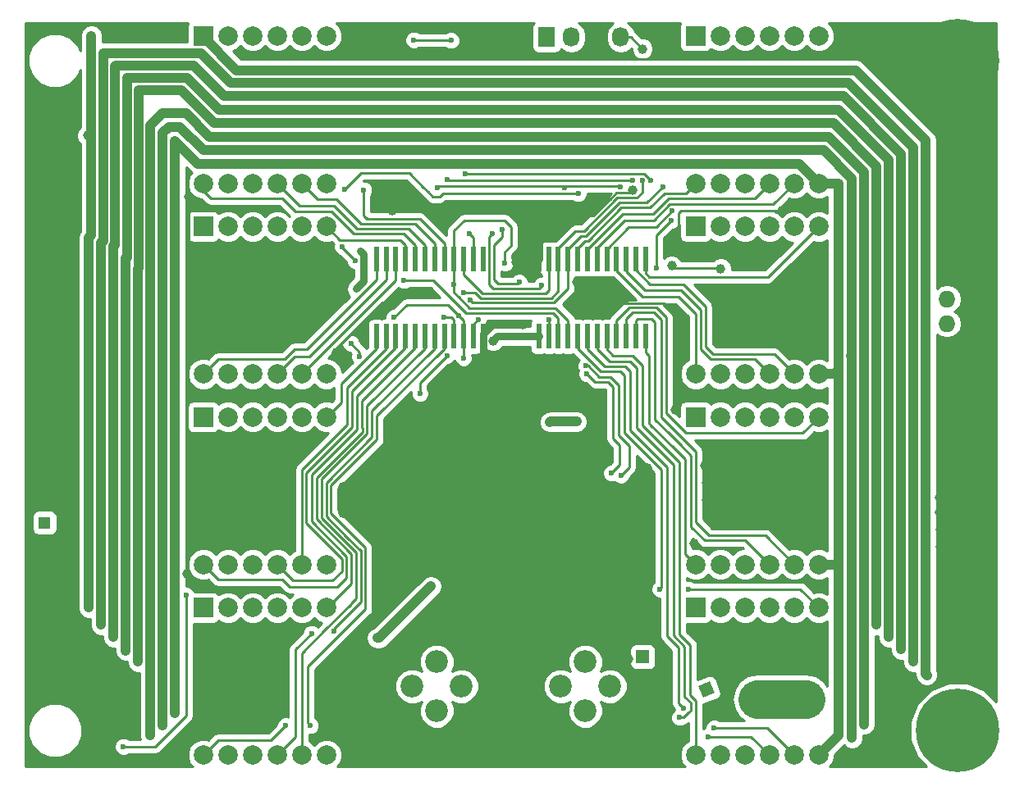
<source format=gbr>
G04 #@! TF.FileFunction,Copper,L2,Bot,Signal*
%FSLAX46Y46*%
G04 Gerber Fmt 4.6, Leading zero omitted, Abs format (unit mm)*
G04 Created by KiCad (PCBNEW 4.0.4-1.fc24-product) date Thu May  4 13:36:18 2017*
%MOMM*%
%LPD*%
G01*
G04 APERTURE LIST*
%ADD10C,0.100000*%
%ADD11C,2.349500*%
%ADD12C,8.600000*%
%ADD13C,0.700000*%
%ADD14R,1.727200X1.727200*%
%ADD15O,1.727200X1.727200*%
%ADD16R,1.727200X2.032000*%
%ADD17O,1.727200X2.032000*%
%ADD18C,1.300000*%
%ADD19R,1.300000X1.300000*%
%ADD20R,1.397000X1.397000*%
%ADD21C,1.397000*%
%ADD22C,3.000000*%
%ADD23R,2.032000X2.032000*%
%ADD24C,2.000000*%
%ADD25R,0.600000X2.500000*%
%ADD26C,0.600000*%
%ADD27C,1.000000*%
%ADD28C,0.254000*%
%ADD29C,0.250000*%
%ADD30C,0.800000*%
%ADD31C,1.000000*%
%ADD32C,4.000000*%
G04 APERTURE END LIST*
D10*
D11*
X93939360Y-112903000D03*
X88859360Y-112903000D03*
X104178100Y-112903000D03*
X109258100Y-112903000D03*
X91399360Y-115443000D03*
X91399360Y-110363000D03*
X106718100Y-115443000D03*
X106718100Y-110363000D03*
D12*
X145161000Y-117475000D03*
D13*
X148386000Y-117475000D03*
X147441419Y-119755419D03*
X145161000Y-120700000D03*
X142880581Y-119755419D03*
X141936000Y-117475000D03*
X142880581Y-115194581D03*
X145161000Y-114250000D03*
X147441419Y-115194581D03*
D12*
X145161000Y-48260000D03*
D13*
X148386000Y-48260000D03*
X147441419Y-50540419D03*
X145161000Y-51485000D03*
X142880581Y-50540419D03*
X141936000Y-48260000D03*
X142880581Y-45979581D03*
X145161000Y-45035000D03*
X147441419Y-45979581D03*
D14*
X144018000Y-67818000D03*
D15*
X146558000Y-67818000D03*
X144018000Y-70358000D03*
X146558000Y-70358000D03*
X144018000Y-72898000D03*
X146558000Y-72898000D03*
X144018000Y-75438000D03*
X146558000Y-75438000D03*
X144018000Y-77978000D03*
X146558000Y-77978000D03*
D16*
X102743000Y-45847000D03*
D17*
X105283000Y-45847000D03*
X107823000Y-45847000D03*
X110363000Y-45847000D03*
D10*
G36*
X119601777Y-112400734D02*
X120099266Y-113601777D01*
X118898223Y-114099266D01*
X118400734Y-112898223D01*
X119601777Y-112400734D01*
X119601777Y-112400734D01*
G37*
D18*
X114630602Y-115163417D03*
D19*
X50927000Y-96012000D03*
D18*
X50927000Y-91012000D03*
D20*
X112649000Y-109855000D03*
D21*
X112649000Y-117475000D03*
D22*
X124500000Y-114250000D03*
X129500000Y-114250000D03*
X124500000Y-94500000D03*
X129500000Y-94500000D03*
D23*
X67310000Y-45720000D03*
D24*
X69850000Y-45720000D03*
X72390000Y-45720000D03*
X74930000Y-45720000D03*
X77470000Y-45720000D03*
X80010000Y-45720000D03*
X74930000Y-60960000D03*
X77470000Y-60960000D03*
X67310000Y-60960000D03*
X69850000Y-60960000D03*
X80010000Y-60960000D03*
X72390000Y-60960000D03*
D23*
X118110000Y-65405000D03*
D24*
X120650000Y-65405000D03*
X123190000Y-65405000D03*
X125730000Y-65405000D03*
X128270000Y-65405000D03*
X130810000Y-65405000D03*
X125730000Y-80645000D03*
X128270000Y-80645000D03*
X118110000Y-80645000D03*
X120650000Y-80645000D03*
X130810000Y-80645000D03*
X123190000Y-80645000D03*
D23*
X118110000Y-104775000D03*
D24*
X120650000Y-104775000D03*
X123190000Y-104775000D03*
X125730000Y-104775000D03*
X128270000Y-104775000D03*
X130810000Y-104775000D03*
X125730000Y-120015000D03*
X128270000Y-120015000D03*
X118110000Y-120015000D03*
X120650000Y-120015000D03*
X130810000Y-120015000D03*
X123190000Y-120015000D03*
D23*
X67310000Y-85090000D03*
D24*
X69850000Y-85090000D03*
X72390000Y-85090000D03*
X74930000Y-85090000D03*
X77470000Y-85090000D03*
X80010000Y-85090000D03*
X74930000Y-100330000D03*
X77470000Y-100330000D03*
X67310000Y-100330000D03*
X69850000Y-100330000D03*
X80010000Y-100330000D03*
X72390000Y-100330000D03*
D23*
X67310000Y-65405000D03*
D24*
X69850000Y-65405000D03*
X72390000Y-65405000D03*
X74930000Y-65405000D03*
X77470000Y-65405000D03*
X80010000Y-65405000D03*
X74930000Y-80645000D03*
X77470000Y-80645000D03*
X67310000Y-80645000D03*
X69850000Y-80645000D03*
X80010000Y-80645000D03*
X72390000Y-80645000D03*
D23*
X67310000Y-104775000D03*
D24*
X69850000Y-104775000D03*
X72390000Y-104775000D03*
X74930000Y-104775000D03*
X77470000Y-104775000D03*
X80010000Y-104775000D03*
X74930000Y-120015000D03*
X77470000Y-120015000D03*
X67310000Y-120015000D03*
X69850000Y-120015000D03*
X80010000Y-120015000D03*
X72390000Y-120015000D03*
D23*
X118110000Y-85090000D03*
D24*
X120650000Y-85090000D03*
X123190000Y-85090000D03*
X125730000Y-85090000D03*
X128270000Y-85090000D03*
X130810000Y-85090000D03*
X125730000Y-100330000D03*
X128270000Y-100330000D03*
X118110000Y-100330000D03*
X120650000Y-100330000D03*
X130810000Y-100330000D03*
X123190000Y-100330000D03*
D23*
X118110000Y-45720000D03*
D24*
X120650000Y-45720000D03*
X123190000Y-45720000D03*
X125730000Y-45720000D03*
X128270000Y-45720000D03*
X130810000Y-45720000D03*
X125730000Y-60960000D03*
X128270000Y-60960000D03*
X118110000Y-60960000D03*
X120650000Y-60960000D03*
X130810000Y-60960000D03*
X123190000Y-60960000D03*
D25*
X96178000Y-76771000D03*
X95178000Y-76771000D03*
X94178000Y-76771000D03*
X93178000Y-76771000D03*
X92178000Y-76771000D03*
X91178000Y-76771000D03*
X90178000Y-76771000D03*
X89178000Y-76771000D03*
X88178000Y-76771000D03*
X87178000Y-76771000D03*
X86178000Y-76771000D03*
X85178000Y-76771000D03*
X85178000Y-68771000D03*
X86178000Y-68771000D03*
X87178000Y-68771000D03*
X88178000Y-68771000D03*
X89178000Y-68771000D03*
X90178000Y-68771000D03*
X91178000Y-68771000D03*
X92178000Y-68771000D03*
X93178000Y-68771000D03*
X94178000Y-68771000D03*
X95178000Y-68771000D03*
X96178000Y-68771000D03*
X101942000Y-68771000D03*
X102942000Y-68771000D03*
X103942000Y-68771000D03*
X104942000Y-68771000D03*
X105942000Y-68771000D03*
X106942000Y-68771000D03*
X107942000Y-68771000D03*
X108942000Y-68771000D03*
X109942000Y-68771000D03*
X110942000Y-68771000D03*
X111942000Y-68771000D03*
X112942000Y-68771000D03*
X112942000Y-76771000D03*
X111942000Y-76771000D03*
X110942000Y-76771000D03*
X109942000Y-76771000D03*
X108942000Y-76771000D03*
X107942000Y-76771000D03*
X106942000Y-76771000D03*
X105942000Y-76771000D03*
X104942000Y-76771000D03*
X103942000Y-76771000D03*
X102942000Y-76771000D03*
X101942000Y-76771000D03*
D26*
X81927700Y-61544200D03*
X105994200Y-62014100D03*
D27*
X119634000Y-109474000D03*
X120396000Y-115570000D03*
X74993500Y-109474000D03*
X63309500Y-120713500D03*
X50038000Y-103632000D03*
X50038000Y-106426000D03*
X50038000Y-109220000D03*
X50038000Y-78486000D03*
X50038000Y-81026000D03*
X50038000Y-83312000D03*
X50038000Y-85598000D03*
X50038000Y-101346000D03*
X119278400Y-95237300D03*
X117983000Y-98171000D03*
X130429000Y-102489000D03*
X85852000Y-45085000D03*
X97917000Y-45593000D03*
X115570000Y-45720000D03*
X145923000Y-93472000D03*
X146050000Y-87249000D03*
X111188500Y-110109000D03*
X88646000Y-90297000D03*
X89281000Y-86931500D03*
X101917500Y-91757500D03*
X98742500Y-86614000D03*
X97853500Y-96075500D03*
X93345000Y-82296000D03*
X77343000Y-68199000D03*
D26*
X81534000Y-70548500D03*
D27*
X65786000Y-62357000D03*
X68453000Y-82804000D03*
X72390000Y-74549000D03*
X68529200Y-93116400D03*
X65595500Y-101282500D03*
X127000000Y-63754000D03*
X127762000Y-75742800D03*
X111620300Y-61620400D03*
X78486000Y-47739300D03*
X113157000Y-90360500D03*
X119240300Y-91922600D03*
X119202200Y-93649800D03*
X143332200Y-98463100D03*
X143332200Y-96672400D03*
X143243300Y-93408500D03*
X143306800Y-94970600D03*
X113322100Y-95059500D03*
X113360200Y-93129100D03*
X113385600Y-91414600D03*
X119024400Y-90119200D03*
X106603800Y-93878400D03*
X107772200Y-94818200D03*
X116890800Y-76034900D03*
X107556300Y-88773000D03*
X100266500Y-75514200D03*
X88112600Y-47675800D03*
X107442000Y-84353400D03*
X116027200Y-84328000D03*
X81000600Y-78384400D03*
X86817200Y-73228200D03*
X76073000Y-95351600D03*
X76098400Y-93929200D03*
X75996800Y-92481400D03*
X81737200Y-94996000D03*
X81711800Y-92329000D03*
X81762600Y-93624400D03*
X114249200Y-47396400D03*
X95656400Y-47675800D03*
X86766400Y-63779400D03*
X99593400Y-69113400D03*
X101981000Y-64262000D03*
X105841800Y-71170800D03*
X102336600Y-80391000D03*
X86563200Y-93853000D03*
X91059000Y-93675200D03*
X91236800Y-100076000D03*
X97330798Y-105005602D03*
X105359200Y-104749600D03*
X102463600Y-103378000D03*
X116255800Y-79451200D03*
D26*
X85242400Y-107899200D03*
X90805000Y-102565200D03*
X83489800Y-67894200D03*
X83058000Y-71856600D03*
D27*
X120700800Y-69773800D03*
X97205800Y-77241400D03*
X115646200Y-69469000D03*
X112623600Y-47066200D03*
X103073200Y-85623400D03*
X105816400Y-85572600D03*
D26*
X110350300Y-61290200D03*
X104597200Y-61366400D03*
X91414600Y-61442600D03*
X92456000Y-78740000D03*
X89662000Y-82677000D03*
X114427000Y-102870000D03*
X117348000Y-102870000D03*
X116459000Y-116128800D03*
X119430800Y-118110000D03*
X116865400Y-115163600D03*
X120015000Y-117221000D03*
X115697000Y-63792100D03*
D27*
X55372000Y-56007000D03*
X141859000Y-91948000D03*
X141859000Y-72263000D03*
X141986000Y-111760000D03*
X118110000Y-49276000D03*
X55499000Y-104775000D03*
X55499000Y-85090000D03*
X55753000Y-65532000D03*
X55753000Y-45720000D03*
X56953002Y-51562000D03*
X56769000Y-86995000D03*
X56953002Y-63627000D03*
X57023000Y-47498000D03*
X140589000Y-90678000D03*
X140589000Y-70993000D03*
X140589000Y-110363000D03*
X120650000Y-50546000D03*
X56769000Y-106553000D03*
X58039000Y-88265000D03*
X58166000Y-67310000D03*
X139319000Y-89408000D03*
X139319000Y-69723000D03*
X139319000Y-109093000D03*
X123190000Y-51943000D03*
X58039000Y-107823000D03*
X58293000Y-48768000D03*
X59309000Y-89535000D03*
X59309000Y-76454000D03*
X138049000Y-88138000D03*
X138049000Y-68453000D03*
X138049000Y-107823000D03*
X125730000Y-53340000D03*
X59436000Y-50038000D03*
X59309000Y-109220000D03*
X59436000Y-68580000D03*
X136779000Y-86868000D03*
X136779000Y-67183000D03*
X136779000Y-106553000D03*
X128270000Y-54737000D03*
X60579000Y-110363000D03*
X60579000Y-90805000D03*
X60636002Y-51308000D03*
X60579000Y-69780002D03*
D26*
X83858100Y-61633100D03*
D27*
X61849000Y-98552000D03*
X61849000Y-117983000D03*
X61849000Y-59182000D03*
X61849000Y-78740000D03*
X135509000Y-97282000D03*
X135509000Y-77470000D03*
X135509000Y-116840000D03*
X120650000Y-56134000D03*
X64389000Y-115697000D03*
X64389000Y-95758000D03*
X64389000Y-76073000D03*
X64389000Y-56584998D03*
X63119000Y-97155000D03*
X63119000Y-57785000D03*
X63119000Y-77470000D03*
X63119000Y-111760000D03*
X134239000Y-98552000D03*
X134112000Y-78740000D03*
X134239000Y-118237000D03*
X123190000Y-57531000D03*
X63119000Y-116967000D03*
D26*
X78486000Y-107442000D03*
X80772000Y-107188000D03*
X75819000Y-116967000D03*
X78359000Y-116967000D03*
X59055000Y-119126000D03*
X82524600Y-77470000D03*
X65532000Y-103505000D03*
X83439000Y-78816200D03*
X81635600Y-67513200D03*
X82956400Y-68910200D03*
X98412300Y-69227700D03*
X92506800Y-60553600D03*
X111607600Y-60604400D03*
X93116400Y-71424800D03*
X106819700Y-79819500D03*
X110401100Y-91135200D03*
X115620800Y-64757300D03*
X114096800Y-69697600D03*
X106883200Y-80645000D03*
X109423200Y-90893900D03*
X102997000Y-75057000D03*
X102235000Y-71462900D03*
X97104200Y-66167000D03*
X94742000Y-66167000D03*
X99898200Y-71183500D03*
X98107500Y-65760600D03*
X112598200Y-60629800D03*
X93624400Y-74574400D03*
X94132400Y-72263000D03*
X86995000Y-74803000D03*
X94157800Y-78994000D03*
X113487200Y-60629800D03*
X94335600Y-59969400D03*
X95656400Y-75006200D03*
X94869000Y-73025000D03*
X92100400Y-74777600D03*
X114757200Y-61290200D03*
X89027000Y-46151800D03*
X92862400Y-46202600D03*
X88011000Y-70993000D03*
D28*
X90487500Y-61836300D02*
X90970100Y-62318900D01*
X90970100Y-62318900D02*
X91706700Y-62318900D01*
X88569800Y-59918600D02*
X90055700Y-61404500D01*
X83553300Y-59918600D02*
X88569800Y-59918600D01*
X81927700Y-61544200D02*
X83553300Y-59918600D01*
X92011500Y-62014100D02*
X91706700Y-62318900D01*
X90487500Y-61836300D02*
X90055700Y-61404500D01*
X90055700Y-61404500D02*
X89941400Y-61290200D01*
X105994200Y-62014100D02*
X92011500Y-62014100D01*
D29*
X50038000Y-85598000D02*
X50927000Y-86487000D01*
X50927000Y-86487000D02*
X50927000Y-91012000D01*
X120250000Y-110090000D02*
X121500000Y-111340000D01*
D28*
X120250000Y-110090000D02*
X119634000Y-109474000D01*
D29*
X121500000Y-111340000D02*
X121500000Y-114466000D01*
X121500000Y-114466000D02*
X120396000Y-115570000D01*
D30*
X74993500Y-109474000D02*
X74549000Y-109474000D01*
X63309500Y-120713500D02*
X74549000Y-109474000D01*
D28*
X50038000Y-103632000D02*
X50038000Y-106426000D01*
X50038000Y-83312000D02*
X50038000Y-81026000D01*
X49022000Y-86614000D02*
X50038000Y-85598000D01*
X49022000Y-100330000D02*
X49022000Y-86614000D01*
X50038000Y-101346000D02*
X49022000Y-100330000D01*
X143332200Y-98463100D02*
X143332200Y-112598200D01*
X139319000Y-115824000D02*
X139319000Y-120523000D01*
X142240000Y-112903000D02*
X139319000Y-115824000D01*
X143027400Y-112903000D02*
X142240000Y-112903000D01*
X143332200Y-112598200D02*
X143027400Y-112903000D01*
D30*
X85852000Y-45085000D02*
X88112600Y-47345600D01*
X88112600Y-47345600D02*
X88112600Y-47675800D01*
X95656400Y-47675800D02*
X95834200Y-47675800D01*
X95834200Y-47675800D02*
X97917000Y-45593000D01*
X114249200Y-47396400D02*
X114249200Y-47040800D01*
X114249200Y-47040800D02*
X115570000Y-45720000D01*
X96178000Y-76771000D02*
X96178000Y-79604500D01*
X96178000Y-79604500D02*
X96774000Y-80200500D01*
X105359200Y-104749600D02*
X105829100Y-104749600D01*
X105829100Y-104749600D02*
X111188500Y-110109000D01*
X91059000Y-93675200D02*
X91059000Y-92710000D01*
X91059000Y-92710000D02*
X88646000Y-90297000D01*
X91059000Y-85725000D02*
X90487500Y-85725000D01*
X90487500Y-85725000D02*
X89281000Y-86931500D01*
X101917500Y-91757500D02*
X101917500Y-89789000D01*
X101917500Y-89789000D02*
X98742500Y-86614000D01*
X101917500Y-91757500D02*
X101917500Y-92011500D01*
X103822500Y-93662500D02*
X101917500Y-91757500D01*
X106603800Y-93662500D02*
X103822500Y-93662500D01*
X101917500Y-92011500D02*
X97853500Y-96075500D01*
D28*
X93345000Y-82296000D02*
X91059000Y-84582000D01*
X93726000Y-82677000D02*
X93345000Y-82296000D01*
X94996000Y-82677000D02*
X93726000Y-82677000D01*
X91059000Y-84582000D02*
X91059000Y-85725000D01*
X91059000Y-85725000D02*
X91059000Y-93675200D01*
X77343000Y-68199000D02*
X79692500Y-70548500D01*
X72390000Y-73152000D02*
X77343000Y-68199000D01*
X72390000Y-73215500D02*
X72390000Y-73152000D01*
X79692500Y-70548500D02*
X81534000Y-70548500D01*
X65786000Y-68897500D02*
X70104000Y-73215500D01*
X70104000Y-73215500D02*
X72390000Y-73215500D01*
X65786000Y-62357000D02*
X65786000Y-68897500D01*
X68453000Y-82804000D02*
X66230500Y-82804000D01*
X66230500Y-82804000D02*
X65659000Y-82232500D01*
X65659000Y-82232500D02*
X65659000Y-77406500D01*
X65659000Y-77406500D02*
X68516500Y-74549000D01*
X68516500Y-74549000D02*
X72390000Y-74549000D01*
X72390000Y-74549000D02*
X72390000Y-73215500D01*
X72390000Y-74549000D02*
X68707000Y-74549000D01*
X65659000Y-77597000D02*
X68707000Y-74549000D01*
X65659000Y-79184500D02*
X65659000Y-77597000D01*
X65659000Y-90246200D02*
X65659000Y-79184500D01*
X65659000Y-90246200D02*
X68529200Y-93116400D01*
X68529200Y-93116400D02*
X65595500Y-96050100D01*
X65595500Y-96050100D02*
X65595500Y-101282500D01*
X121920000Y-68580000D02*
X122682000Y-69342000D01*
X117348000Y-68580000D02*
X121920000Y-68580000D01*
X116332000Y-67564000D02*
X117348000Y-68580000D01*
X116332000Y-64008000D02*
X116332000Y-67564000D01*
X116586000Y-63754000D02*
X116332000Y-64008000D01*
X117094000Y-63754000D02*
X116586000Y-63754000D01*
X127000000Y-63754000D02*
X117094000Y-63754000D01*
X127762000Y-75742800D02*
X127762000Y-75692000D01*
X111620300Y-61620400D02*
X111302800Y-61937900D01*
X111302800Y-61937900D02*
X109911444Y-61937900D01*
X109286322Y-62563022D02*
X109286322Y-62531978D01*
X109911444Y-61937900D02*
X109286322Y-62563022D01*
D30*
X78486000Y-47739300D02*
X78549500Y-47675800D01*
X78549500Y-47675800D02*
X88112600Y-47675800D01*
X113157000Y-90360500D02*
X113157000Y-91186000D01*
D28*
X119240300Y-91922600D02*
X119202200Y-91960700D01*
X119202200Y-91960700D02*
X119202200Y-93649800D01*
D30*
X143332200Y-96672400D02*
X143332200Y-98463100D01*
X143306800Y-93472000D02*
X143243300Y-93408500D01*
X143306800Y-94970600D02*
X143306800Y-93472000D01*
D28*
X113347500Y-95084900D02*
X113347500Y-95097600D01*
X113322100Y-95059500D02*
X113347500Y-95084900D01*
X113360200Y-91440000D02*
X113360200Y-93129100D01*
X113385600Y-91414600D02*
X113360200Y-91440000D01*
X106603800Y-90271600D02*
X106603800Y-93662500D01*
X106603800Y-93662500D02*
X106603800Y-93878400D01*
X106603800Y-89725500D02*
X107556300Y-88773000D01*
X106603800Y-89725500D02*
X106603800Y-90271600D01*
X106819700Y-64262000D02*
X107556300Y-64262000D01*
X101981000Y-64262000D02*
X106819700Y-64262000D01*
X107556300Y-64262000D02*
X109286322Y-62531978D01*
X116713000Y-76212700D02*
X116408200Y-76212700D01*
X116890800Y-76034900D02*
X116713000Y-76212700D01*
X107556300Y-88773000D02*
X107556300Y-84467700D01*
X107556300Y-84467700D02*
X107442000Y-84353400D01*
D30*
X96178000Y-76771000D02*
X96178000Y-76440400D01*
X96178000Y-76440400D02*
X97104200Y-75514200D01*
X97104200Y-75514200D02*
X100266500Y-75514200D01*
X101942000Y-68771000D02*
X101942000Y-64301000D01*
X101942000Y-64301000D02*
X101981000Y-64262000D01*
X99593400Y-69113400D02*
X101599600Y-69113400D01*
X101599600Y-69113400D02*
X101942000Y-68771000D01*
D28*
X88112600Y-47675800D02*
X95656400Y-47675800D01*
X116255800Y-79451200D02*
X116255800Y-82499200D01*
X116027200Y-82727800D02*
X116027200Y-84328000D01*
X116255800Y-82499200D02*
X116027200Y-82727800D01*
X107442000Y-84353400D02*
X107391200Y-84404200D01*
X107391200Y-84404200D02*
X107442000Y-84353400D01*
X107442000Y-84353400D02*
X107442000Y-84455000D01*
X107442000Y-84455000D02*
X103378000Y-80391000D01*
X103378000Y-80391000D02*
X102336600Y-80391000D01*
D30*
X115290600Y-115109000D02*
X105359200Y-105177600D01*
X105359200Y-105177600D02*
X105359200Y-104749600D01*
D28*
X81000600Y-78384400D02*
X81000600Y-78003400D01*
X85775800Y-73228200D02*
X86817200Y-73228200D01*
X81000600Y-78003400D02*
X85775800Y-73228200D01*
D30*
X76098400Y-93929200D02*
X76098400Y-92583000D01*
X76098400Y-92583000D02*
X75996800Y-92481400D01*
X81762600Y-93624400D02*
X81762600Y-92379800D01*
X81762600Y-92379800D02*
X81711800Y-92329000D01*
X86563200Y-93853000D02*
X81991200Y-93853000D01*
X81991200Y-93853000D02*
X81762600Y-93624400D01*
D28*
X110083600Y-48107600D02*
X107823000Y-45847000D01*
X113538000Y-48107600D02*
X110083600Y-48107600D01*
X114249200Y-47396400D02*
X113538000Y-48107600D01*
X105841800Y-47828200D02*
X107823000Y-45847000D01*
X95656400Y-47675800D02*
X95808800Y-47828200D01*
X95808800Y-47828200D02*
X105841800Y-47828200D01*
X86766400Y-63779400D02*
X101498400Y-63779400D01*
X101498400Y-63779400D02*
X101981000Y-64262000D01*
X101942000Y-64301000D02*
X101981000Y-64262000D01*
X96178000Y-76771000D02*
X96178000Y-77864600D01*
X96178000Y-77864600D02*
X98704400Y-80391000D01*
X98704400Y-80391000D02*
X102336600Y-80391000D01*
X96178000Y-75703800D02*
X96178000Y-76771000D01*
X116408200Y-74904600D02*
X116408200Y-76212700D01*
X114808000Y-73304400D02*
X116408200Y-74904600D01*
X107975400Y-73304400D02*
X114808000Y-73304400D01*
X105841800Y-71170800D02*
X107975400Y-73304400D01*
X116408200Y-76212700D02*
X116408200Y-77241400D01*
X86563200Y-93853000D02*
X86741000Y-93675200D01*
X86741000Y-93675200D02*
X91059000Y-93675200D01*
X91059000Y-93675200D02*
X91236800Y-93853000D01*
X91236800Y-93853000D02*
X91236800Y-100076000D01*
X96166402Y-105005602D02*
X97330798Y-105005602D01*
X91236800Y-100076000D02*
X96166402Y-105005602D01*
X97330798Y-105005602D02*
X97582796Y-105257600D01*
X97582796Y-105257600D02*
X100584000Y-105257600D01*
X100584000Y-105257600D02*
X102463600Y-103378000D01*
X103987600Y-103378000D02*
X102463600Y-103378000D01*
X105359200Y-104749600D02*
X103987600Y-103378000D01*
X116408200Y-79298800D02*
X116255800Y-79451200D01*
X116408200Y-77241400D02*
X116408200Y-79298800D01*
D31*
X85471000Y-107899200D02*
X85242400Y-107899200D01*
X90805000Y-102565200D02*
X85471000Y-107899200D01*
D30*
X83870800Y-71043800D02*
X83058000Y-71856600D01*
X83870800Y-68275200D02*
X83870800Y-71043800D01*
X83489800Y-67894200D02*
X83870800Y-68275200D01*
D28*
X120650000Y-69723000D02*
X117170200Y-69723000D01*
X120700800Y-69773800D02*
X120650000Y-69723000D01*
D30*
X99898200Y-76771000D02*
X97676200Y-76771000D01*
X97676200Y-76771000D02*
X97205800Y-77241400D01*
D28*
X115900200Y-69723000D02*
X117170200Y-69723000D01*
X115646200Y-69469000D02*
X115900200Y-69723000D01*
X111404400Y-45847000D02*
X110363000Y-45847000D01*
X112623600Y-47066200D02*
X111404400Y-45847000D01*
D30*
X101942000Y-76771000D02*
X99898200Y-76771000D01*
D31*
X103073200Y-85623400D02*
X103124000Y-85572600D01*
X103124000Y-85572600D02*
X105816400Y-85572600D01*
D28*
X108077000Y-61239400D02*
X110299500Y-61239400D01*
X110299500Y-61239400D02*
X110350300Y-61290200D01*
X104597200Y-61366400D02*
X104597200Y-61239400D01*
X104597200Y-61239400D02*
X104597200Y-61290200D01*
X104597200Y-61290200D02*
X104597200Y-61239400D01*
X95072200Y-61239400D02*
X91617800Y-61239400D01*
X91617800Y-61239400D02*
X91414600Y-61442600D01*
X108077000Y-61239400D02*
X104597200Y-61239400D01*
X104597200Y-61239400D02*
X95072200Y-61239400D01*
D29*
X89662000Y-81534000D02*
X92456000Y-78740000D01*
X89662000Y-82677000D02*
X89662000Y-81534000D01*
X130810000Y-104775000D02*
X128905000Y-102870000D01*
X108331000Y-80391000D02*
X105942000Y-78002000D01*
X110363000Y-80391000D02*
X108331000Y-80391000D01*
X110744000Y-80772000D02*
X110363000Y-80391000D01*
X110744000Y-86741000D02*
X110744000Y-80772000D01*
X114554000Y-90551000D02*
X110744000Y-86741000D01*
X114554000Y-102743000D02*
X114554000Y-90551000D01*
X114427000Y-102870000D02*
X114554000Y-102743000D01*
X128905000Y-102870000D02*
X117348000Y-102870000D01*
X105942000Y-78002000D02*
X105942000Y-76771000D01*
X116964400Y-108785600D02*
X116964400Y-113964400D01*
X116964400Y-113964400D02*
X117576600Y-114576600D01*
X117376999Y-115624399D02*
X116872598Y-116128800D01*
X117376999Y-115624399D02*
X117576600Y-115424798D01*
X117576600Y-115424798D02*
X117576600Y-114576600D01*
X116872598Y-116128800D02*
X116459000Y-116128800D01*
X120573800Y-118110000D02*
X119430800Y-118110000D01*
X116459000Y-116128800D02*
X116872598Y-116128800D01*
X115824000Y-107645200D02*
X116964400Y-108785600D01*
X115824000Y-107645200D02*
X115824000Y-90043000D01*
X115824000Y-90043000D02*
X112014000Y-86233000D01*
X107942000Y-78097000D02*
X107942000Y-76771000D01*
X109220000Y-79375000D02*
X107942000Y-78097000D01*
X111379000Y-79375000D02*
X109220000Y-79375000D01*
X112014000Y-80010000D02*
X111379000Y-79375000D01*
X112014000Y-86233000D02*
X112014000Y-80010000D01*
X125730000Y-120015000D02*
X123825000Y-118110000D01*
X123825000Y-118110000D02*
X120573800Y-118110000D01*
X116358800Y-108891200D02*
X116358800Y-114657000D01*
X116358800Y-114657000D02*
X116865400Y-115163600D01*
X120015000Y-117221000D02*
X125476000Y-117221000D01*
X125476000Y-117221000D02*
X128270000Y-120015000D01*
X116358800Y-108891200D02*
X115189000Y-107721400D01*
X106942000Y-76771000D02*
X106942000Y-78113000D01*
X115189000Y-90297000D02*
X115189000Y-107238800D01*
X111379000Y-86487000D02*
X115189000Y-90297000D01*
X111379000Y-80391000D02*
X111379000Y-86487000D01*
X110871000Y-79883000D02*
X111379000Y-80391000D01*
X108712000Y-79883000D02*
X110871000Y-79883000D01*
X106942000Y-78113000D02*
X108712000Y-79883000D01*
X115189000Y-107721400D02*
X115189000Y-107238800D01*
X117570000Y-108680000D02*
X117570000Y-113820000D01*
X117570000Y-113820000D02*
X118160800Y-114410800D01*
X118110000Y-120015000D02*
X118160800Y-119964200D01*
X118160800Y-119964200D02*
X118160800Y-114410800D01*
X116459000Y-107569000D02*
X117570000Y-108680000D01*
X108942000Y-76771000D02*
X108942000Y-78081000D01*
X116459000Y-89789000D02*
X116459000Y-107569000D01*
X112649000Y-85979000D02*
X116459000Y-89789000D01*
X112649000Y-79756000D02*
X112649000Y-85979000D01*
X111633000Y-78740000D02*
X112649000Y-79756000D01*
X109601000Y-78740000D02*
X111633000Y-78740000D01*
X108942000Y-78081000D02*
X109601000Y-78740000D01*
X130810000Y-85090000D02*
X129159000Y-86741000D01*
X115062000Y-84709000D02*
X115062000Y-81661000D01*
X117094000Y-86741000D02*
X115062000Y-84709000D01*
X129159000Y-86741000D02*
X117094000Y-86741000D01*
X111760000Y-73787000D02*
X111252000Y-73787000D01*
X109942000Y-75097000D02*
X109942000Y-76771000D01*
X111252000Y-73787000D02*
X109942000Y-75097000D01*
X115062000Y-74803000D02*
X114046000Y-73787000D01*
X115062000Y-81661000D02*
X115062000Y-74803000D01*
X114046000Y-73787000D02*
X111760000Y-73787000D01*
X109942000Y-76668000D02*
X109942000Y-76771000D01*
X117652800Y-96367600D02*
X117652800Y-96443800D01*
X117652800Y-96443800D02*
X119049800Y-97840800D01*
X116478050Y-87903050D02*
X117652800Y-89077800D01*
X123240800Y-97840800D02*
X125730000Y-100330000D01*
X119049800Y-97840800D02*
X123240800Y-97840800D01*
X117652800Y-89077800D02*
X117652800Y-96367600D01*
X115316000Y-86741000D02*
X113919000Y-85344000D01*
X113919000Y-75311000D02*
X113538000Y-74930000D01*
X113919000Y-85344000D02*
X113919000Y-75311000D01*
X111942000Y-76771000D02*
X111942000Y-75129000D01*
X112141000Y-74930000D02*
X113538000Y-74930000D01*
X111942000Y-75129000D02*
X112141000Y-74930000D01*
X115316000Y-86741000D02*
X116478050Y-87903050D01*
X128270000Y-100330000D02*
X125285500Y-97345500D01*
X118102802Y-88638802D02*
X116840000Y-87376000D01*
X118102802Y-95954002D02*
X118102802Y-88638802D01*
X119494300Y-97345500D02*
X118102802Y-95954002D01*
X125285500Y-97345500D02*
X119494300Y-97345500D01*
X115951000Y-86487000D02*
X114554000Y-85090000D01*
X116840000Y-87376000D02*
X115951000Y-86487000D01*
X113792000Y-74295000D02*
X111633000Y-74295000D01*
X111633000Y-74295000D02*
X110942000Y-74986000D01*
X110942000Y-74986000D02*
X110942000Y-76771000D01*
X114554000Y-85090000D02*
X114554000Y-75057000D01*
X114554000Y-75057000D02*
X113792000Y-74295000D01*
X118110000Y-100330000D02*
X117017800Y-99237800D01*
X117017800Y-89458800D02*
X115900200Y-88341200D01*
X117017800Y-99237800D02*
X117017800Y-89458800D01*
X112942000Y-76771000D02*
X112942000Y-78398000D01*
X113284000Y-85725000D02*
X113411000Y-85852000D01*
X113284000Y-78740000D02*
X113284000Y-85725000D01*
X112942000Y-78398000D02*
X113284000Y-78740000D01*
X115900200Y-88341200D02*
X113411000Y-85852000D01*
D28*
X112942000Y-68771000D02*
X112942000Y-70244600D01*
X125577600Y-70637400D02*
X127444000Y-68771000D01*
X113334800Y-70637400D02*
X125577600Y-70637400D01*
X112942000Y-70244600D02*
X113334800Y-70637400D01*
D29*
X130810000Y-65405000D02*
X127444000Y-68771000D01*
X125730000Y-80645000D02*
X124206000Y-79121000D01*
X118618000Y-74041000D02*
X116586000Y-72009000D01*
X118618000Y-78105000D02*
X118618000Y-74041000D01*
X119634000Y-79121000D02*
X118618000Y-78105000D01*
X124206000Y-79121000D02*
X119634000Y-79121000D01*
X116586000Y-72009000D02*
X115951000Y-72009000D01*
X110942000Y-70048000D02*
X110942000Y-68771000D01*
X112903000Y-72009000D02*
X110942000Y-70048000D01*
X115951000Y-72009000D02*
X112903000Y-72009000D01*
X116459000Y-71374000D02*
X116840000Y-71374000D01*
X126238000Y-78613000D02*
X128270000Y-80645000D01*
X119888000Y-78613000D02*
X126238000Y-78613000D01*
X119126000Y-77851000D02*
X119888000Y-78613000D01*
X119126000Y-73660000D02*
X119126000Y-77851000D01*
X116840000Y-71374000D02*
X119126000Y-73660000D01*
X111942000Y-68771000D02*
X111942000Y-69905000D01*
X111942000Y-69905000D02*
X113411000Y-71374000D01*
X113411000Y-71374000D02*
X116459000Y-71374000D01*
X109942000Y-68771000D02*
X109942000Y-69937000D01*
X109942000Y-69937000D02*
X112649000Y-72644000D01*
X112649000Y-72644000D02*
X116332000Y-72644000D01*
X116332000Y-72644000D02*
X118110000Y-74422000D01*
X118110000Y-74422000D02*
X118110000Y-80645000D01*
D28*
X114033300Y-65455800D02*
X111201200Y-65455800D01*
X115697000Y-63792100D02*
X114033300Y-65455800D01*
X108942000Y-68771000D02*
X108942000Y-67715000D01*
X108942000Y-67715000D02*
X111201200Y-65455800D01*
X110591600Y-64084200D02*
X113751006Y-64084200D01*
X113751006Y-64084200D02*
X115351206Y-62484000D01*
X110591600Y-64084200D02*
X106942000Y-67733800D01*
X106942000Y-67733800D02*
X106942000Y-68771000D01*
D29*
X124206000Y-62484000D02*
X125730000Y-60960000D01*
X115351206Y-62484000D02*
X124206000Y-62484000D01*
D28*
X110769400Y-64770000D02*
X113792000Y-64770000D01*
X113792000Y-64770000D02*
X115443000Y-63119000D01*
X107942000Y-68771000D02*
X107942000Y-67597400D01*
X107942000Y-67597400D02*
X110769400Y-64770000D01*
D29*
X128270000Y-60960000D02*
X126111000Y-63119000D01*
X126111000Y-63119000D02*
X115443000Y-63119000D01*
D28*
X110972600Y-63474600D02*
X110439200Y-63474600D01*
X107035600Y-66878200D02*
X106705400Y-66878200D01*
X110439200Y-63474600D02*
X107035600Y-66878200D01*
X110972600Y-63474600D02*
X113411000Y-63474600D01*
X113411000Y-63474600D02*
X114909600Y-61976000D01*
X105942000Y-68771000D02*
X105942000Y-67641600D01*
X105942000Y-67641600D02*
X106705400Y-66878200D01*
D29*
X118110000Y-60960000D02*
X117094000Y-61976000D01*
X117094000Y-61976000D02*
X114909600Y-61976000D01*
D30*
X55372000Y-56007000D02*
X55753000Y-56007000D01*
X55753000Y-56007000D02*
X55372000Y-56007000D01*
X55372000Y-56007000D02*
X55753000Y-56007000D01*
D31*
X141859000Y-91948000D02*
X141859000Y-91821000D01*
X141859000Y-109093000D02*
X141859000Y-111633000D01*
X141859000Y-111633000D02*
X141986000Y-111760000D01*
X118110000Y-49276000D02*
X134620000Y-49276000D01*
X141859000Y-56515000D02*
X141859000Y-72263000D01*
X141859000Y-72263000D02*
X141859000Y-91821000D01*
X141859000Y-91821000D02*
X141859000Y-109093000D01*
X141859000Y-109093000D02*
X141859000Y-110109000D01*
X134620000Y-49276000D02*
X141859000Y-56515000D01*
X67310000Y-45720000D02*
X67310000Y-45847000D01*
X67310000Y-45847000D02*
X70739000Y-49276000D01*
X70739000Y-49276000D02*
X118110000Y-49276000D01*
X55753000Y-65532000D02*
X55753000Y-66294000D01*
X55499000Y-66548000D02*
X55499000Y-85090000D01*
X55499000Y-85090000D02*
X55499000Y-104775000D01*
X55753000Y-66294000D02*
X55499000Y-66548000D01*
X55753000Y-45720000D02*
X55753000Y-54864000D01*
X55753000Y-54864000D02*
X55753000Y-56007000D01*
X55753000Y-56007000D02*
X55753000Y-65532000D01*
X56953002Y-63627000D02*
X56953002Y-66871998D01*
X56769000Y-68326000D02*
X56769000Y-86995000D01*
X56769000Y-67056000D02*
X56769000Y-68326000D01*
X56953002Y-66871998D02*
X56769000Y-67056000D01*
X56953002Y-47567998D02*
X56953002Y-51562000D01*
X56953002Y-51562000D02*
X56953002Y-63627000D01*
X57023000Y-47498000D02*
X56953002Y-47567998D01*
X133858000Y-50546000D02*
X120650000Y-50546000D01*
X140589000Y-57277000D02*
X133858000Y-50546000D01*
X140589000Y-110363000D02*
X140589000Y-90678000D01*
X140589000Y-90678000D02*
X140589000Y-70993000D01*
X140589000Y-70993000D02*
X140589000Y-57277000D01*
X57023000Y-47498000D02*
X67056000Y-47498000D01*
X120650000Y-50546000D02*
X70104000Y-50546000D01*
X67056000Y-47498000D02*
X70104000Y-50546000D01*
X56769000Y-86995000D02*
X56769000Y-106553000D01*
X58293000Y-48768000D02*
X58166000Y-48895000D01*
X58166000Y-67310000D02*
X58166000Y-64135000D01*
X58166000Y-64135000D02*
X58166000Y-48895000D01*
X133350000Y-51943000D02*
X139319000Y-57912000D01*
X139319000Y-57912000D02*
X139319000Y-69723000D01*
X139319000Y-69723000D02*
X139319000Y-89408000D01*
X139319000Y-89408000D02*
X139319000Y-109093000D01*
X123190000Y-51943000D02*
X133350000Y-51943000D01*
X69469000Y-51943000D02*
X123190000Y-51943000D01*
X66294000Y-48768000D02*
X69469000Y-51943000D01*
X58039000Y-88265000D02*
X58039000Y-107823000D01*
X61849000Y-48768000D02*
X66294000Y-48768000D01*
X58293000Y-48768000D02*
X61849000Y-48768000D01*
X58166000Y-67310000D02*
X58039000Y-67437000D01*
X58039000Y-67437000D02*
X58039000Y-88265000D01*
X59309000Y-76454000D02*
X59309000Y-89535000D01*
X132842000Y-53340000D02*
X125730000Y-53340000D01*
X138049000Y-58547000D02*
X132842000Y-53340000D01*
X138049000Y-107823000D02*
X138049000Y-88138000D01*
X138049000Y-88138000D02*
X138049000Y-68453000D01*
X138049000Y-68453000D02*
X138049000Y-58547000D01*
X117856000Y-53340000D02*
X68961000Y-53340000D01*
X125730000Y-53340000D02*
X117856000Y-53340000D01*
X65659000Y-50038000D02*
X59436000Y-50038000D01*
X68961000Y-53340000D02*
X65659000Y-50038000D01*
X59436000Y-68580000D02*
X59309000Y-68707000D01*
X59436000Y-50038000D02*
X59436000Y-68580000D01*
X59309000Y-89535000D02*
X59309000Y-109220000D01*
X59309000Y-68707000D02*
X59309000Y-76454000D01*
X132334000Y-54737000D02*
X128270000Y-54737000D01*
X136779000Y-59182000D02*
X132334000Y-54737000D01*
X136779000Y-106553000D02*
X136779000Y-86868000D01*
X136779000Y-86868000D02*
X136779000Y-67183000D01*
X136779000Y-67183000D02*
X136779000Y-59182000D01*
X128270000Y-54737000D02*
X128016000Y-54737000D01*
X128016000Y-54737000D02*
X125730000Y-54737000D01*
X60636002Y-51308000D02*
X65024000Y-51308000D01*
X68453000Y-54737000D02*
X125730000Y-54737000D01*
X125730000Y-54737000D02*
X128016000Y-54737000D01*
X65024000Y-51308000D02*
X68453000Y-54737000D01*
X60579000Y-90805000D02*
X60579000Y-110363000D01*
X60579000Y-69780002D02*
X60579000Y-90805000D01*
X60636002Y-69723000D02*
X60636002Y-51308000D01*
X60579000Y-69780002D02*
X60636002Y-69723000D01*
D28*
X83858100Y-61633100D02*
X83794600Y-61633100D01*
X83794600Y-61633100D02*
X83858100Y-61633100D01*
X83858100Y-61633100D02*
X83794600Y-61633100D01*
X84201000Y-64655700D02*
X84201000Y-64516000D01*
X83794600Y-64249300D02*
X84201000Y-64655700D01*
X83794600Y-64109600D02*
X83794600Y-64249300D01*
X83794600Y-61633100D02*
X83794600Y-64109600D01*
D29*
X84201000Y-64516000D02*
X84328000Y-64643000D01*
X92178000Y-68771000D02*
X92178000Y-67159000D01*
X92178000Y-67159000D02*
X89662000Y-64643000D01*
X89662000Y-64643000D02*
X84328000Y-64643000D01*
X80772000Y-63246000D02*
X83185000Y-65659000D01*
X88519000Y-65659000D02*
X90178000Y-67318000D01*
X83185000Y-65659000D02*
X88519000Y-65659000D01*
X74930000Y-60960000D02*
X77216000Y-63246000D01*
X90178000Y-67318000D02*
X90178000Y-68771000D01*
X77216000Y-63246000D02*
X80772000Y-63246000D01*
X91178000Y-67183000D02*
X89146000Y-65151000D01*
X83566000Y-65151000D02*
X81026000Y-62611000D01*
X89146000Y-65151000D02*
X83566000Y-65151000D01*
X91178000Y-68771000D02*
X91178000Y-67183000D01*
X79121000Y-62611000D02*
X77470000Y-60960000D01*
X81026000Y-62611000D02*
X79121000Y-62611000D01*
D28*
X68580000Y-62484000D02*
X68072000Y-62484000D01*
X68072000Y-62484000D02*
X67310000Y-61722000D01*
X67310000Y-61722000D02*
X67310000Y-60960000D01*
X68580000Y-62484000D02*
X74676000Y-62484000D01*
X75438000Y-62484000D02*
X76835000Y-63881000D01*
X74676000Y-62484000D02*
X75438000Y-62484000D01*
D29*
X89178000Y-68771000D02*
X89178000Y-67334000D01*
X82804000Y-66167000D02*
X80518000Y-63881000D01*
X88011000Y-66167000D02*
X82804000Y-66167000D01*
X89178000Y-67334000D02*
X88011000Y-66167000D01*
X76835000Y-63881000D02*
X80518000Y-63881000D01*
D31*
X61836004Y-59182000D02*
X61849000Y-59182000D01*
X61836004Y-55003996D02*
X61836004Y-59182000D01*
X63119000Y-53721000D02*
X61836004Y-55003996D01*
X65532000Y-53721000D02*
X63119000Y-53721000D01*
X61849000Y-78740000D02*
X61849000Y-98552000D01*
X61849000Y-98552000D02*
X61849000Y-117983000D01*
X61849000Y-59182000D02*
X61849000Y-59182000D01*
X61849000Y-59182000D02*
X61849000Y-78740000D01*
X67945000Y-56134000D02*
X65532000Y-53721000D01*
X135509000Y-97282000D02*
X135509000Y-97409000D01*
X120650000Y-56134000D02*
X131826000Y-56134000D01*
X135509000Y-59817000D02*
X135509000Y-77343000D01*
X135509000Y-77343000D02*
X135509000Y-97409000D01*
X135509000Y-97409000D02*
X135509000Y-116840000D01*
X131826000Y-56134000D02*
X135509000Y-59817000D01*
X102616000Y-56134000D02*
X67945000Y-56134000D01*
X102870000Y-56134000D02*
X102616000Y-56134000D01*
X102616000Y-56134000D02*
X120650000Y-56134000D01*
X64389000Y-115697000D02*
X64389000Y-95758000D01*
X64389000Y-95758000D02*
X64389000Y-80391000D01*
X64389000Y-76269998D02*
X64389000Y-80391000D01*
X64389000Y-76130002D02*
X64389000Y-56584998D01*
X64389000Y-56584998D02*
X66732002Y-58928000D01*
X66732002Y-58928000D02*
X128778000Y-58928000D01*
X130810000Y-100330000D02*
X132842000Y-100330000D01*
X132715000Y-100457000D02*
X132842000Y-100457000D01*
X132842000Y-100330000D02*
X132715000Y-100457000D01*
X130810000Y-80645000D02*
X132842000Y-80645000D01*
X132461000Y-80518000D02*
X132842000Y-80518000D01*
X132588000Y-80645000D02*
X132461000Y-80518000D01*
X132842000Y-80645000D02*
X132588000Y-80645000D01*
X130810000Y-60960000D02*
X132842000Y-60960000D01*
X132842000Y-117983000D02*
X130810000Y-120015000D01*
X132842000Y-73406000D02*
X132842000Y-80518000D01*
X132842000Y-80518000D02*
X132842000Y-100457000D01*
X132842000Y-100457000D02*
X132842000Y-117983000D01*
X132842000Y-60960000D02*
X132842000Y-73406000D01*
X128778000Y-58928000D02*
X130810000Y-60960000D01*
X63119000Y-55753000D02*
X63754000Y-55118000D01*
X63119000Y-57785000D02*
X63119000Y-55753000D01*
X63119000Y-111760000D02*
X63119000Y-97155000D01*
X63119000Y-97155000D02*
X63119000Y-77470000D01*
X63119000Y-57912000D02*
X63119000Y-57785000D01*
X63119000Y-63246000D02*
X63119000Y-57912000D01*
X63119000Y-77470000D02*
X63119000Y-63246000D01*
X134239000Y-98552000D02*
X134239000Y-98679000D01*
X67310000Y-57531000D02*
X123063000Y-57531000D01*
X134112000Y-78740000D02*
X134239000Y-78740000D01*
X134239000Y-78740000D02*
X134112000Y-78740000D01*
X134112000Y-78740000D02*
X134239000Y-78740000D01*
X131318000Y-57531000D02*
X123190000Y-57531000D01*
X134239000Y-60452000D02*
X131318000Y-57531000D01*
X134239000Y-118237000D02*
X134239000Y-98679000D01*
X134239000Y-98679000D02*
X134239000Y-78740000D01*
X134239000Y-78740000D02*
X134239000Y-60452000D01*
X63754000Y-55118000D02*
X64897000Y-55118000D01*
X64897000Y-55118000D02*
X67310000Y-57531000D01*
X123190000Y-57531000D02*
X123063000Y-57531000D01*
X63119000Y-116967000D02*
X63119000Y-111760000D01*
D29*
X80010000Y-65405000D02*
X81407000Y-66802000D01*
X87630000Y-66802000D02*
X88011000Y-67183000D01*
X81407000Y-66802000D02*
X87630000Y-66802000D01*
X88178000Y-67350000D02*
X88178000Y-68771000D01*
X88011000Y-67183000D02*
X88178000Y-67350000D01*
X74930000Y-80645000D02*
X76708000Y-78867000D01*
X86178000Y-70921000D02*
X86178000Y-68771000D01*
X78232000Y-78867000D02*
X86178000Y-70921000D01*
X76708000Y-78867000D02*
X78232000Y-78867000D01*
X87178000Y-68771000D02*
X87178000Y-70937000D01*
X87178000Y-70937000D02*
X77470000Y-80645000D01*
D28*
X67310000Y-80645000D02*
X68834000Y-79121000D01*
X75692000Y-79121000D02*
X76708000Y-78105000D01*
X68834000Y-79121000D02*
X75692000Y-79121000D01*
D29*
X85178000Y-70905000D02*
X77978000Y-78105000D01*
X77978000Y-78105000D02*
X76708000Y-78105000D01*
X85178000Y-68771000D02*
X85178000Y-70905000D01*
X81534000Y-83566000D02*
X80010000Y-85090000D01*
X85178000Y-76771000D02*
X85178000Y-78017000D01*
X85178000Y-78017000D02*
X81534000Y-81661000D01*
X81534000Y-81661000D02*
X81534000Y-83566000D01*
D28*
X81622900Y-101003100D02*
X81622900Y-99733100D01*
X77924002Y-90858998D02*
X82677000Y-86106000D01*
X77924002Y-96034202D02*
X77924002Y-90858998D01*
X81622900Y-99733100D02*
X77924002Y-96034202D01*
D29*
X82677000Y-86106000D02*
X82677000Y-82423000D01*
X80645000Y-101981000D02*
X81622900Y-101003100D01*
X74930000Y-100330000D02*
X76581000Y-101981000D01*
X76581000Y-101981000D02*
X80645000Y-101981000D01*
X82677000Y-82423000D02*
X87178000Y-77922000D01*
X87178000Y-77922000D02*
X87178000Y-76771000D01*
D28*
X82169000Y-85852000D02*
X77470000Y-90551000D01*
X77470000Y-90551000D02*
X77470000Y-100330000D01*
D29*
X84963000Y-79248000D02*
X86178000Y-78033000D01*
X86178000Y-78033000D02*
X86178000Y-76771000D01*
X84963000Y-79248000D02*
X82169000Y-82042000D01*
X82169000Y-82042000D02*
X82169000Y-82804000D01*
X82169000Y-82804000D02*
X82169000Y-85852000D01*
D28*
X76327000Y-102616000D02*
X76200000Y-102616000D01*
X75438000Y-101854000D02*
X68834000Y-101854000D01*
X76200000Y-102616000D02*
X75438000Y-101854000D01*
X83185000Y-86207600D02*
X83185000Y-86360000D01*
X82092800Y-99491800D02*
X82092800Y-101676200D01*
X78486000Y-95885000D02*
X82092800Y-99491800D01*
X78486000Y-91059000D02*
X78486000Y-95885000D01*
X83185000Y-86360000D02*
X78486000Y-91059000D01*
D29*
X88178000Y-76771000D02*
X88178000Y-77938000D01*
X88178000Y-77938000D02*
X83185000Y-82931000D01*
X83185000Y-82931000D02*
X83185000Y-86207600D01*
X68834000Y-101854000D02*
X67310000Y-100330000D01*
X81153000Y-102616000D02*
X76327000Y-102616000D01*
X82092800Y-101676200D02*
X81153000Y-102616000D01*
D28*
X82600800Y-102311200D02*
X82600800Y-99237800D01*
X83718400Y-86233000D02*
X83693000Y-86233000D01*
X83718400Y-86614000D02*
X83718400Y-86233000D01*
X78994000Y-91338400D02*
X83718400Y-86614000D01*
X78994000Y-95631000D02*
X78994000Y-91338400D01*
X82600800Y-99237800D02*
X78994000Y-95631000D01*
D29*
X84264500Y-82867500D02*
X83693000Y-83439000D01*
X83693000Y-83439000D02*
X83693000Y-84201000D01*
X89178000Y-77954000D02*
X84264500Y-82867500D01*
X83693000Y-84201000D02*
X83693000Y-86233000D01*
X82600800Y-102311200D02*
X80137000Y-104775000D01*
X89178000Y-76771000D02*
X89178000Y-77954000D01*
X80137000Y-104775000D02*
X80010000Y-104775000D01*
D28*
X82176056Y-97528944D02*
X79984600Y-95337488D01*
X79984600Y-91897200D02*
X84709000Y-87172800D01*
X79984600Y-95337488D02*
X79984600Y-91897200D01*
X82981800Y-104724200D02*
X83562802Y-104143198D01*
X83475314Y-98828202D02*
X82176056Y-97528944D01*
X82176056Y-97528944D02*
X82087156Y-97440044D01*
X83486602Y-98828202D02*
X83475314Y-98828202D01*
X83562802Y-98828202D02*
X83486602Y-98828202D01*
X83562802Y-98915690D02*
X83562802Y-98828202D01*
X83562802Y-104143198D02*
X83562802Y-98915690D01*
D29*
X76835000Y-118110000D02*
X74930000Y-120015000D01*
X76835000Y-109093000D02*
X76835000Y-118110000D01*
X78486000Y-107442000D02*
X76835000Y-109093000D01*
X80772000Y-106934000D02*
X80772000Y-107188000D01*
X82981800Y-104724200D02*
X80772000Y-106934000D01*
X91178000Y-76771000D02*
X91178000Y-77986000D01*
X91178000Y-77986000D02*
X84709000Y-84455000D01*
X84709000Y-84455000D02*
X84709000Y-87172800D01*
D28*
X84201000Y-86334600D02*
X84201000Y-86791800D01*
X82550000Y-104343200D02*
X82550000Y-104394000D01*
X83108800Y-103784400D02*
X82550000Y-104343200D01*
X83108800Y-99103744D02*
X83108800Y-103784400D01*
X79502000Y-95496944D02*
X83108800Y-99103744D01*
X79502000Y-91490800D02*
X79502000Y-95496944D01*
X84201000Y-86791800D02*
X79502000Y-91490800D01*
D29*
X79883000Y-107061000D02*
X77470000Y-109474000D01*
X77470000Y-109474000D02*
X77470000Y-114173000D01*
X82550000Y-104394000D02*
X79883000Y-107061000D01*
X90178000Y-76771000D02*
X90178000Y-77970000D01*
X90178000Y-77970000D02*
X84201000Y-83947000D01*
X84201000Y-83947000D02*
X84201000Y-86334600D01*
X77470000Y-114173000D02*
X77470000Y-120015000D01*
D28*
X67310000Y-120015000D02*
X68834000Y-118491000D01*
X74295000Y-118491000D02*
X75819000Y-116967000D01*
X68834000Y-118491000D02*
X74295000Y-118491000D01*
X84023200Y-104952800D02*
X84023200Y-98577400D01*
X85217000Y-87426800D02*
X85217000Y-86741000D01*
X80467200Y-92176600D02*
X85217000Y-87426800D01*
X80467200Y-95021400D02*
X80467200Y-92176600D01*
X84023200Y-98577400D02*
X80467200Y-95021400D01*
D29*
X78105000Y-116713000D02*
X78359000Y-116967000D01*
X78105000Y-110871000D02*
X78105000Y-116713000D01*
X84023200Y-104952800D02*
X78105000Y-110871000D01*
X85217000Y-84963000D02*
X85217000Y-86741000D01*
X92178000Y-78002000D02*
X85217000Y-84963000D01*
X92178000Y-76771000D02*
X92178000Y-78002000D01*
X67310000Y-119507000D02*
X67310000Y-120015000D01*
X59055000Y-119126000D02*
X62357000Y-119126000D01*
X62357000Y-119126000D02*
X65532000Y-115951000D01*
X65532000Y-115951000D02*
X65532000Y-114935000D01*
D28*
X83439000Y-78816200D02*
X83439000Y-78384400D01*
X83439000Y-78384400D02*
X82524600Y-77470000D01*
D29*
X65532000Y-115316000D02*
X65532000Y-115951000D01*
X65532000Y-103505000D02*
X65532000Y-114935000D01*
X65532000Y-114935000D02*
X65532000Y-115316000D01*
D28*
X82956400Y-68910200D02*
X81635600Y-67589400D01*
X81635600Y-67589400D02*
X81635600Y-67513200D01*
D29*
X98412300Y-68046600D02*
X99060000Y-67398900D01*
X98412300Y-69227700D02*
X98412300Y-68046600D01*
X93178000Y-65838700D02*
X93178000Y-68771000D01*
X94234000Y-64782700D02*
X93178000Y-65838700D01*
X98412300Y-64782700D02*
X94234000Y-64782700D01*
X99060000Y-65430400D02*
X98412300Y-64782700D01*
X99060000Y-67398900D02*
X99060000Y-65430400D01*
D28*
X95707200Y-60655200D02*
X92608400Y-60655200D01*
X92608400Y-60655200D02*
X92506800Y-60553600D01*
X111556800Y-60655200D02*
X109880400Y-60655200D01*
X111607600Y-60604400D02*
X111556800Y-60655200D01*
X109880400Y-60655200D02*
X95707200Y-60655200D01*
X95758000Y-73837800D02*
X94767400Y-73837800D01*
X93624400Y-72694800D02*
X93624400Y-72669400D01*
X94767400Y-73837800D02*
X93624400Y-72694800D01*
D29*
X96342200Y-73837800D02*
X95758000Y-73837800D01*
X104942000Y-76771000D02*
X104942000Y-75097000D01*
X103682800Y-73837800D02*
X96342200Y-73837800D01*
X104942000Y-75097000D02*
X103682800Y-73837800D01*
X93167200Y-71221600D02*
X93178000Y-71221600D01*
X93116400Y-71424800D02*
X93178000Y-71363200D01*
X93178000Y-71363200D02*
X93178000Y-71232400D01*
X93178000Y-71232400D02*
X93167200Y-71221600D01*
X93178000Y-68771000D02*
X93178000Y-71221600D01*
X93178000Y-71221600D02*
X93178000Y-72223000D01*
X93178000Y-72223000D02*
X93624400Y-72669400D01*
D28*
X111232950Y-88068150D02*
X111232950Y-90303350D01*
X111232950Y-88068150D02*
X110159800Y-86995000D01*
X110159800Y-86995000D02*
X110159800Y-81813400D01*
X110159800Y-81813400D02*
X109321600Y-80975200D01*
X109321600Y-80975200D02*
X108165900Y-80975200D01*
X106819700Y-79819500D02*
X107010200Y-79819500D01*
X107010200Y-79819500D02*
X108165900Y-80975200D01*
X111232950Y-90303350D02*
X110401100Y-91135200D01*
X114096800Y-67284600D02*
X114096800Y-66281300D01*
X114096800Y-66281300D02*
X115620800Y-64757300D01*
X114096800Y-67284600D02*
X114096800Y-69697600D01*
X109588300Y-87312500D02*
X110236000Y-87960200D01*
X109588300Y-81978500D02*
X109588300Y-87312500D01*
X109093000Y-81483200D02*
X109588300Y-81978500D01*
X107721400Y-81483200D02*
X109093000Y-81483200D01*
X106883200Y-80645000D02*
X107721400Y-81483200D01*
X109423200Y-90893900D02*
X110286800Y-90030300D01*
X110286800Y-90030300D02*
X110286800Y-88011000D01*
X110286800Y-88011000D02*
X110236000Y-88061800D01*
X110236000Y-88061800D02*
X110236000Y-87960200D01*
D29*
X102942000Y-75112000D02*
X102942000Y-76771000D01*
X102997000Y-75057000D02*
X102942000Y-75112000D01*
X102235000Y-71462900D02*
X102235000Y-71533598D01*
X96799400Y-70104000D02*
X96812100Y-70104000D01*
X96799400Y-71437500D02*
X96799400Y-70104000D01*
X97218500Y-71856600D02*
X96799400Y-71437500D01*
X101911998Y-71856600D02*
X97218500Y-71856600D01*
X102235000Y-71533598D02*
X101911998Y-71856600D01*
X96812100Y-68211700D02*
X96812100Y-66459100D01*
D28*
X96812100Y-70104000D02*
X96812100Y-68211700D01*
D29*
X96812100Y-66459100D02*
X97104200Y-66167000D01*
X95178000Y-68771000D02*
X95178000Y-66603000D01*
X95178000Y-66603000D02*
X94742000Y-66167000D01*
X97739200Y-66890900D02*
X97739200Y-66878200D01*
X97264102Y-67365998D02*
X97739200Y-66890900D01*
X97264102Y-70886202D02*
X97264102Y-67365998D01*
X97701100Y-71323200D02*
X97264102Y-70886202D01*
X99758500Y-71323200D02*
X97701100Y-71323200D01*
X99898200Y-71183500D02*
X99758500Y-71323200D01*
X97739200Y-66878200D02*
X98107500Y-66509900D01*
X98107500Y-66509900D02*
X98107500Y-65760600D01*
X103942000Y-71615300D02*
X103942000Y-72087198D01*
X95910400Y-72821800D02*
X95351600Y-72263000D01*
X103207398Y-72821800D02*
X95910400Y-72821800D01*
X103942000Y-72087198D02*
X103207398Y-72821800D01*
D28*
X110845600Y-62458600D02*
X110032800Y-62458600D01*
X106578400Y-65913000D02*
X105689400Y-65913000D01*
X110032800Y-62458600D02*
X106578400Y-65913000D01*
X112598200Y-61925200D02*
X112598200Y-60629800D01*
X112064800Y-62458600D02*
X112598200Y-61925200D01*
X110845600Y-62458600D02*
X112064800Y-62458600D01*
X103942000Y-68771000D02*
X103942000Y-67660400D01*
X103942000Y-67660400D02*
X105689400Y-65913000D01*
X95351600Y-72263000D02*
X94132400Y-72263000D01*
X93624400Y-74574400D02*
X92557600Y-73507600D01*
X92557600Y-73507600D02*
X92151200Y-73507600D01*
X94178000Y-76771000D02*
X94178000Y-75128000D01*
X94178000Y-75128000D02*
X93624400Y-74574400D01*
D29*
X88290400Y-73507600D02*
X86995000Y-74803000D01*
X92151200Y-73507600D02*
X88290400Y-73507600D01*
X103942000Y-68771000D02*
X103942000Y-71615300D01*
X94157800Y-78994000D02*
X94157800Y-76791200D01*
X94157800Y-76791200D02*
X94178000Y-76771000D01*
X94107000Y-76700000D02*
X94178000Y-76771000D01*
D28*
X111277400Y-59944000D02*
X112801400Y-59944000D01*
X112801400Y-59944000D02*
X113487200Y-60629800D01*
X111277400Y-59944000D02*
X110693200Y-59944000D01*
X95178000Y-76771000D02*
X95178000Y-75484600D01*
X94361000Y-59944000D02*
X110693200Y-59944000D01*
X94335600Y-59969400D02*
X94361000Y-59944000D01*
X95178000Y-75484600D02*
X95656400Y-75006200D01*
D29*
X103454200Y-73291700D02*
X104940100Y-71805800D01*
X104940100Y-70713600D02*
X104942000Y-70713600D01*
X104940100Y-71805800D02*
X104940100Y-70713600D01*
X94869000Y-73025000D02*
X95135700Y-73291700D01*
X95135700Y-73291700D02*
X103454200Y-73291700D01*
D28*
X110591600Y-62966600D02*
X110236000Y-62966600D01*
X106807000Y-66395600D02*
X106273600Y-66395600D01*
X110236000Y-62966600D02*
X106807000Y-66395600D01*
X114757200Y-61290200D02*
X113080800Y-62966600D01*
X113080800Y-62966600D02*
X110591600Y-62966600D01*
X106273600Y-66395600D02*
X104942000Y-67727200D01*
X104942000Y-67727200D02*
X104942000Y-68771000D01*
X104942000Y-67574800D02*
X104942000Y-68771000D01*
D29*
X104942000Y-70713600D02*
X104942000Y-68771000D01*
D28*
X93178000Y-76771000D02*
X93178000Y-75042400D01*
X92913200Y-74777600D02*
X92100400Y-74777600D01*
X93178000Y-75042400D02*
X92913200Y-74777600D01*
X89027000Y-46151800D02*
X89077800Y-46202600D01*
X89077800Y-46202600D02*
X92862400Y-46202600D01*
X96215200Y-74371200D02*
X94437200Y-74371200D01*
X94437200Y-74371200D02*
X93599000Y-73533000D01*
D29*
X96266000Y-74371200D02*
X96215200Y-74371200D01*
X103942000Y-76771000D02*
X103942000Y-74884400D01*
X103428800Y-74371200D02*
X96266000Y-74371200D01*
X103942000Y-74884400D02*
X103428800Y-74371200D01*
X93599000Y-73533000D02*
X91059000Y-70993000D01*
X91059000Y-70993000D02*
X88011000Y-70993000D01*
X94178000Y-68771000D02*
X94178000Y-70390900D01*
X102942000Y-72000500D02*
X102942000Y-68771000D01*
X102603300Y-72339200D02*
X102942000Y-72000500D01*
X96126300Y-72339200D02*
X102603300Y-72339200D01*
X94178000Y-70390900D02*
X96126300Y-72339200D01*
D32*
X129500000Y-114250000D02*
X124500000Y-114250000D01*
D28*
G36*
X65697569Y-44452110D02*
X65646560Y-44704000D01*
X65646560Y-46363000D01*
X57023990Y-46363000D01*
X56888000Y-46362881D01*
X56888000Y-45720991D01*
X56888197Y-45495225D01*
X56715767Y-45077914D01*
X56396765Y-44758355D01*
X55979756Y-44585197D01*
X55528225Y-44584803D01*
X55110914Y-44757233D01*
X54791355Y-45076235D01*
X54618197Y-45493244D01*
X54617803Y-45944775D01*
X54618000Y-45945252D01*
X54618000Y-47303123D01*
X54362384Y-46684485D01*
X53579635Y-45900369D01*
X52556401Y-45475485D01*
X51448460Y-45474518D01*
X50424485Y-45897616D01*
X49640369Y-46680365D01*
X49215485Y-47703599D01*
X49214518Y-48811540D01*
X49637616Y-49835515D01*
X50420365Y-50619631D01*
X51443599Y-51044515D01*
X52551540Y-51045482D01*
X53575515Y-50622384D01*
X54359631Y-49839635D01*
X54618000Y-49217414D01*
X54618000Y-55155952D01*
X54410355Y-55363235D01*
X54237197Y-55780244D01*
X54236803Y-56231775D01*
X54409233Y-56649086D01*
X54618000Y-56858218D01*
X54618000Y-65531010D01*
X54617803Y-65756775D01*
X54618000Y-65757252D01*
X54618000Y-65862819D01*
X54450397Y-66113654D01*
X54364000Y-66548000D01*
X54364000Y-85089010D01*
X54363803Y-85314775D01*
X54364000Y-85315252D01*
X54364000Y-104774010D01*
X54363803Y-104999775D01*
X54536233Y-105417086D01*
X54855235Y-105736645D01*
X55272244Y-105909803D01*
X55634000Y-105910119D01*
X55634000Y-106552010D01*
X55633803Y-106777775D01*
X55806233Y-107195086D01*
X56125235Y-107514645D01*
X56542244Y-107687803D01*
X56904000Y-107688119D01*
X56904000Y-107822010D01*
X56903803Y-108047775D01*
X57076233Y-108465086D01*
X57395235Y-108784645D01*
X57812244Y-108957803D01*
X58174000Y-108958119D01*
X58174000Y-109219010D01*
X58173803Y-109444775D01*
X58346233Y-109862086D01*
X58665235Y-110181645D01*
X59082244Y-110354803D01*
X59444000Y-110355119D01*
X59444000Y-110362010D01*
X59443803Y-110587775D01*
X59616233Y-111005086D01*
X59935235Y-111324645D01*
X60352244Y-111497803D01*
X60714000Y-111498119D01*
X60714000Y-117982010D01*
X60713803Y-118207775D01*
X60779180Y-118366000D01*
X59617463Y-118366000D01*
X59585327Y-118333808D01*
X59241799Y-118191162D01*
X58869833Y-118190838D01*
X58526057Y-118332883D01*
X58262808Y-118595673D01*
X58120162Y-118939201D01*
X58119838Y-119311167D01*
X58261883Y-119654943D01*
X58524673Y-119918192D01*
X58868201Y-120060838D01*
X59240167Y-120061162D01*
X59583943Y-119919117D01*
X59617118Y-119886000D01*
X62357000Y-119886000D01*
X62647839Y-119828148D01*
X62894401Y-119663401D01*
X66069401Y-116488401D01*
X66234148Y-116241839D01*
X66292000Y-115951000D01*
X66292000Y-106438035D01*
X66294000Y-106438440D01*
X68326000Y-106438440D01*
X68561317Y-106394162D01*
X68777441Y-106255090D01*
X68874899Y-106112456D01*
X68922637Y-106160278D01*
X69523352Y-106409716D01*
X70173795Y-106410284D01*
X70774943Y-106161894D01*
X71120199Y-105817241D01*
X71462637Y-106160278D01*
X72063352Y-106409716D01*
X72713795Y-106410284D01*
X73314943Y-106161894D01*
X73660199Y-105817241D01*
X74002637Y-106160278D01*
X74603352Y-106409716D01*
X75253795Y-106410284D01*
X75854943Y-106161894D01*
X76200199Y-105817241D01*
X76542637Y-106160278D01*
X77143352Y-106409716D01*
X77793795Y-106410284D01*
X78394943Y-106161894D01*
X78740199Y-105817241D01*
X79082637Y-106160278D01*
X79525166Y-106344032D01*
X79117770Y-106751428D01*
X79016327Y-106649808D01*
X78672799Y-106507162D01*
X78300833Y-106506838D01*
X77957057Y-106648883D01*
X77693808Y-106911673D01*
X77551162Y-107255201D01*
X77551121Y-107302077D01*
X76297599Y-108555599D01*
X76132852Y-108802161D01*
X76075000Y-109093000D01*
X76075000Y-116060897D01*
X76005799Y-116032162D01*
X75633833Y-116031838D01*
X75290057Y-116173883D01*
X75026808Y-116436673D01*
X74884162Y-116780201D01*
X74884124Y-116824246D01*
X73979370Y-117729000D01*
X68834000Y-117729000D01*
X68542395Y-117787004D01*
X68295184Y-117952185D01*
X67799474Y-118447895D01*
X67636648Y-118380284D01*
X66986205Y-118379716D01*
X66385057Y-118628106D01*
X65924722Y-119087637D01*
X65675284Y-119688352D01*
X65674716Y-120338795D01*
X65923106Y-120939943D01*
X66192691Y-121210000D01*
X48970000Y-121210000D01*
X48970000Y-118026540D01*
X49214518Y-118026540D01*
X49637616Y-119050515D01*
X50420365Y-119834631D01*
X51443599Y-120259515D01*
X52551540Y-120260482D01*
X53575515Y-119837384D01*
X54359631Y-119054635D01*
X54784515Y-118031401D01*
X54785482Y-116923460D01*
X54362384Y-115899485D01*
X53579635Y-115115369D01*
X52556401Y-114690485D01*
X51448460Y-114689518D01*
X50424485Y-115112616D01*
X49640369Y-115895365D01*
X49215485Y-116918599D01*
X49214518Y-118026540D01*
X48970000Y-118026540D01*
X48970000Y-95362000D01*
X49629560Y-95362000D01*
X49629560Y-96662000D01*
X49673838Y-96897317D01*
X49812910Y-97113441D01*
X50025110Y-97258431D01*
X50277000Y-97309440D01*
X51577000Y-97309440D01*
X51812317Y-97265162D01*
X52028441Y-97126090D01*
X52173431Y-96913890D01*
X52224440Y-96662000D01*
X52224440Y-95362000D01*
X52180162Y-95126683D01*
X52041090Y-94910559D01*
X51828890Y-94765569D01*
X51577000Y-94714560D01*
X50277000Y-94714560D01*
X50041683Y-94758838D01*
X49825559Y-94897910D01*
X49680569Y-95110110D01*
X49629560Y-95362000D01*
X48970000Y-95362000D01*
X48970000Y-44398000D01*
X65734541Y-44398000D01*
X65697569Y-44452110D01*
X65697569Y-44452110D01*
G37*
X65697569Y-44452110D02*
X65646560Y-44704000D01*
X65646560Y-46363000D01*
X57023990Y-46363000D01*
X56888000Y-46362881D01*
X56888000Y-45720991D01*
X56888197Y-45495225D01*
X56715767Y-45077914D01*
X56396765Y-44758355D01*
X55979756Y-44585197D01*
X55528225Y-44584803D01*
X55110914Y-44757233D01*
X54791355Y-45076235D01*
X54618197Y-45493244D01*
X54617803Y-45944775D01*
X54618000Y-45945252D01*
X54618000Y-47303123D01*
X54362384Y-46684485D01*
X53579635Y-45900369D01*
X52556401Y-45475485D01*
X51448460Y-45474518D01*
X50424485Y-45897616D01*
X49640369Y-46680365D01*
X49215485Y-47703599D01*
X49214518Y-48811540D01*
X49637616Y-49835515D01*
X50420365Y-50619631D01*
X51443599Y-51044515D01*
X52551540Y-51045482D01*
X53575515Y-50622384D01*
X54359631Y-49839635D01*
X54618000Y-49217414D01*
X54618000Y-55155952D01*
X54410355Y-55363235D01*
X54237197Y-55780244D01*
X54236803Y-56231775D01*
X54409233Y-56649086D01*
X54618000Y-56858218D01*
X54618000Y-65531010D01*
X54617803Y-65756775D01*
X54618000Y-65757252D01*
X54618000Y-65862819D01*
X54450397Y-66113654D01*
X54364000Y-66548000D01*
X54364000Y-85089010D01*
X54363803Y-85314775D01*
X54364000Y-85315252D01*
X54364000Y-104774010D01*
X54363803Y-104999775D01*
X54536233Y-105417086D01*
X54855235Y-105736645D01*
X55272244Y-105909803D01*
X55634000Y-105910119D01*
X55634000Y-106552010D01*
X55633803Y-106777775D01*
X55806233Y-107195086D01*
X56125235Y-107514645D01*
X56542244Y-107687803D01*
X56904000Y-107688119D01*
X56904000Y-107822010D01*
X56903803Y-108047775D01*
X57076233Y-108465086D01*
X57395235Y-108784645D01*
X57812244Y-108957803D01*
X58174000Y-108958119D01*
X58174000Y-109219010D01*
X58173803Y-109444775D01*
X58346233Y-109862086D01*
X58665235Y-110181645D01*
X59082244Y-110354803D01*
X59444000Y-110355119D01*
X59444000Y-110362010D01*
X59443803Y-110587775D01*
X59616233Y-111005086D01*
X59935235Y-111324645D01*
X60352244Y-111497803D01*
X60714000Y-111498119D01*
X60714000Y-117982010D01*
X60713803Y-118207775D01*
X60779180Y-118366000D01*
X59617463Y-118366000D01*
X59585327Y-118333808D01*
X59241799Y-118191162D01*
X58869833Y-118190838D01*
X58526057Y-118332883D01*
X58262808Y-118595673D01*
X58120162Y-118939201D01*
X58119838Y-119311167D01*
X58261883Y-119654943D01*
X58524673Y-119918192D01*
X58868201Y-120060838D01*
X59240167Y-120061162D01*
X59583943Y-119919117D01*
X59617118Y-119886000D01*
X62357000Y-119886000D01*
X62647839Y-119828148D01*
X62894401Y-119663401D01*
X66069401Y-116488401D01*
X66234148Y-116241839D01*
X66292000Y-115951000D01*
X66292000Y-106438035D01*
X66294000Y-106438440D01*
X68326000Y-106438440D01*
X68561317Y-106394162D01*
X68777441Y-106255090D01*
X68874899Y-106112456D01*
X68922637Y-106160278D01*
X69523352Y-106409716D01*
X70173795Y-106410284D01*
X70774943Y-106161894D01*
X71120199Y-105817241D01*
X71462637Y-106160278D01*
X72063352Y-106409716D01*
X72713795Y-106410284D01*
X73314943Y-106161894D01*
X73660199Y-105817241D01*
X74002637Y-106160278D01*
X74603352Y-106409716D01*
X75253795Y-106410284D01*
X75854943Y-106161894D01*
X76200199Y-105817241D01*
X76542637Y-106160278D01*
X77143352Y-106409716D01*
X77793795Y-106410284D01*
X78394943Y-106161894D01*
X78740199Y-105817241D01*
X79082637Y-106160278D01*
X79525166Y-106344032D01*
X79117770Y-106751428D01*
X79016327Y-106649808D01*
X78672799Y-106507162D01*
X78300833Y-106506838D01*
X77957057Y-106648883D01*
X77693808Y-106911673D01*
X77551162Y-107255201D01*
X77551121Y-107302077D01*
X76297599Y-108555599D01*
X76132852Y-108802161D01*
X76075000Y-109093000D01*
X76075000Y-116060897D01*
X76005799Y-116032162D01*
X75633833Y-116031838D01*
X75290057Y-116173883D01*
X75026808Y-116436673D01*
X74884162Y-116780201D01*
X74884124Y-116824246D01*
X73979370Y-117729000D01*
X68834000Y-117729000D01*
X68542395Y-117787004D01*
X68295184Y-117952185D01*
X67799474Y-118447895D01*
X67636648Y-118380284D01*
X66986205Y-118379716D01*
X66385057Y-118628106D01*
X65924722Y-119087637D01*
X65675284Y-119688352D01*
X65674716Y-120338795D01*
X65923106Y-120939943D01*
X66192691Y-121210000D01*
X48970000Y-121210000D01*
X48970000Y-118026540D01*
X49214518Y-118026540D01*
X49637616Y-119050515D01*
X50420365Y-119834631D01*
X51443599Y-120259515D01*
X52551540Y-120260482D01*
X53575515Y-119837384D01*
X54359631Y-119054635D01*
X54784515Y-118031401D01*
X54785482Y-116923460D01*
X54362384Y-115899485D01*
X53579635Y-115115369D01*
X52556401Y-114690485D01*
X51448460Y-114689518D01*
X50424485Y-115112616D01*
X49640369Y-115895365D01*
X49215485Y-116918599D01*
X49214518Y-118026540D01*
X48970000Y-118026540D01*
X48970000Y-95362000D01*
X49629560Y-95362000D01*
X49629560Y-96662000D01*
X49673838Y-96897317D01*
X49812910Y-97113441D01*
X50025110Y-97258431D01*
X50277000Y-97309440D01*
X51577000Y-97309440D01*
X51812317Y-97265162D01*
X52028441Y-97126090D01*
X52173431Y-96913890D01*
X52224440Y-96662000D01*
X52224440Y-95362000D01*
X52180162Y-95126683D01*
X52041090Y-94910559D01*
X51828890Y-94765569D01*
X51577000Y-94714560D01*
X50277000Y-94714560D01*
X50041683Y-94758838D01*
X49825559Y-94897910D01*
X49680569Y-95110110D01*
X49629560Y-95362000D01*
X48970000Y-95362000D01*
X48970000Y-44398000D01*
X65734541Y-44398000D01*
X65697569Y-44452110D01*
G36*
X116497569Y-44452110D02*
X116446560Y-44704000D01*
X116446560Y-46736000D01*
X116490838Y-46971317D01*
X116629910Y-47187441D01*
X116842110Y-47332431D01*
X117094000Y-47383440D01*
X119126000Y-47383440D01*
X119361317Y-47339162D01*
X119577441Y-47200090D01*
X119674899Y-47057456D01*
X119722637Y-47105278D01*
X120323352Y-47354716D01*
X120973795Y-47355284D01*
X121574943Y-47106894D01*
X121920199Y-46762241D01*
X122262637Y-47105278D01*
X122863352Y-47354716D01*
X123513795Y-47355284D01*
X124114943Y-47106894D01*
X124460199Y-46762241D01*
X124802637Y-47105278D01*
X125403352Y-47354716D01*
X126053795Y-47355284D01*
X126654943Y-47106894D01*
X127000199Y-46762241D01*
X127342637Y-47105278D01*
X127943352Y-47354716D01*
X128593795Y-47355284D01*
X129194943Y-47106894D01*
X129540199Y-46762241D01*
X129882637Y-47105278D01*
X130483352Y-47354716D01*
X131133795Y-47355284D01*
X131734943Y-47106894D01*
X132195278Y-46647363D01*
X132391565Y-46174650D01*
X141895411Y-46174650D01*
X142045052Y-46536810D01*
X142321895Y-46814136D01*
X142683793Y-46964409D01*
X143075650Y-46964751D01*
X143437810Y-46815110D01*
X143715136Y-46538267D01*
X143865409Y-46176369D01*
X143865410Y-46174650D01*
X146456249Y-46174650D01*
X146605890Y-46536810D01*
X146882733Y-46814136D01*
X147244631Y-46964409D01*
X147636488Y-46964751D01*
X147998648Y-46815110D01*
X148275974Y-46538267D01*
X148426247Y-46176369D01*
X148426589Y-45784512D01*
X148276948Y-45422352D01*
X148000105Y-45145026D01*
X147638207Y-44994753D01*
X147246350Y-44994411D01*
X146884190Y-45144052D01*
X146606864Y-45420895D01*
X146456591Y-45782793D01*
X146456249Y-46174650D01*
X143865410Y-46174650D01*
X143865751Y-45784512D01*
X143716110Y-45422352D01*
X143439267Y-45145026D01*
X143077369Y-44994753D01*
X142685512Y-44994411D01*
X142323352Y-45144052D01*
X142046026Y-45420895D01*
X141895753Y-45782793D01*
X141895411Y-46174650D01*
X132391565Y-46174650D01*
X132444716Y-46046648D01*
X132445284Y-45396205D01*
X132196894Y-44795057D01*
X131800530Y-44398000D01*
X144404896Y-44398000D01*
X144326445Y-44476314D01*
X144176172Y-44838212D01*
X144175830Y-45230069D01*
X144325471Y-45592229D01*
X144602314Y-45869555D01*
X144964212Y-46019828D01*
X145356069Y-46020170D01*
X145718229Y-45870529D01*
X145995555Y-45593686D01*
X146145828Y-45231788D01*
X146146170Y-44839931D01*
X145996529Y-44477771D01*
X145916897Y-44398000D01*
X149150000Y-44398000D01*
X149150000Y-47631117D01*
X148944686Y-47425445D01*
X148582788Y-47275172D01*
X148190931Y-47274830D01*
X147828771Y-47424471D01*
X147551445Y-47701314D01*
X147401172Y-48063212D01*
X147400830Y-48455069D01*
X147550471Y-48817229D01*
X147827314Y-49094555D01*
X148189212Y-49244828D01*
X148581069Y-49245170D01*
X148943229Y-49095529D01*
X149150000Y-48889118D01*
X149150000Y-114485726D01*
X147960103Y-113293750D01*
X146146939Y-112540859D01*
X144183675Y-112539146D01*
X142369199Y-113288871D01*
X140979750Y-114675897D01*
X140226859Y-116489061D01*
X140225146Y-118452325D01*
X140974871Y-120266801D01*
X141916425Y-121210000D01*
X131927173Y-121210000D01*
X132195278Y-120942363D01*
X132444716Y-120341648D01*
X132445027Y-119985105D01*
X133413520Y-119016612D01*
X133595235Y-119198645D01*
X134012244Y-119371803D01*
X134463775Y-119372197D01*
X134881086Y-119199767D01*
X135200645Y-118880765D01*
X135373803Y-118463756D01*
X135374197Y-118012225D01*
X135374000Y-118011748D01*
X135374000Y-117974883D01*
X135733775Y-117975197D01*
X136151086Y-117802767D01*
X136470645Y-117483765D01*
X136643803Y-117066756D01*
X136644197Y-116615225D01*
X136644000Y-116614748D01*
X136644000Y-107687883D01*
X136914000Y-107688119D01*
X136914000Y-107822010D01*
X136913803Y-108047775D01*
X137086233Y-108465086D01*
X137405235Y-108784645D01*
X137822244Y-108957803D01*
X138184000Y-108958119D01*
X138184000Y-109092010D01*
X138183803Y-109317775D01*
X138356233Y-109735086D01*
X138675235Y-110054645D01*
X139092244Y-110227803D01*
X139454000Y-110228119D01*
X139454000Y-110362010D01*
X139453803Y-110587775D01*
X139626233Y-111005086D01*
X139945235Y-111324645D01*
X140362244Y-111497803D01*
X140724000Y-111498119D01*
X140724000Y-111633000D01*
X140810397Y-112067346D01*
X141005683Y-112359612D01*
X141023233Y-112402086D01*
X141055987Y-112434898D01*
X141056434Y-112435566D01*
X141183020Y-112562152D01*
X141342235Y-112721645D01*
X141759244Y-112894803D01*
X142210775Y-112895197D01*
X142628086Y-112722767D01*
X142947645Y-112403765D01*
X143120803Y-111986756D01*
X143121197Y-111535225D01*
X142994000Y-111227386D01*
X142994000Y-91948991D01*
X142994197Y-91723225D01*
X142994000Y-91722748D01*
X142994000Y-76541121D01*
X143415152Y-76822526D01*
X143988641Y-76936600D01*
X144047359Y-76936600D01*
X144620848Y-76822526D01*
X145107029Y-76497670D01*
X145431885Y-76011489D01*
X145545959Y-75438000D01*
X145431885Y-74864511D01*
X145107029Y-74378330D01*
X144792248Y-74168000D01*
X145107029Y-73957670D01*
X145431885Y-73471489D01*
X145545959Y-72898000D01*
X145431885Y-72324511D01*
X145107029Y-71838330D01*
X144620848Y-71513474D01*
X144047359Y-71399400D01*
X143988641Y-71399400D01*
X143415152Y-71513474D01*
X142994000Y-71794879D01*
X142994000Y-56515000D01*
X142907603Y-56080654D01*
X142661566Y-55712434D01*
X138629201Y-51680069D01*
X144175830Y-51680069D01*
X144325471Y-52042229D01*
X144602314Y-52319555D01*
X144964212Y-52469828D01*
X145356069Y-52470170D01*
X145718229Y-52320529D01*
X145995555Y-52043686D01*
X146145828Y-51681788D01*
X146146170Y-51289931D01*
X145996529Y-50927771D01*
X145804581Y-50735488D01*
X146456249Y-50735488D01*
X146605890Y-51097648D01*
X146882733Y-51374974D01*
X147244631Y-51525247D01*
X147636488Y-51525589D01*
X147998648Y-51375948D01*
X148275974Y-51099105D01*
X148426247Y-50737207D01*
X148426589Y-50345350D01*
X148276948Y-49983190D01*
X148000105Y-49705864D01*
X147638207Y-49555591D01*
X147246350Y-49555249D01*
X146884190Y-49704890D01*
X146606864Y-49981733D01*
X146456591Y-50343631D01*
X146456249Y-50735488D01*
X145804581Y-50735488D01*
X145719686Y-50650445D01*
X145357788Y-50500172D01*
X144965931Y-50499830D01*
X144603771Y-50649471D01*
X144326445Y-50926314D01*
X144176172Y-51288212D01*
X144175830Y-51680069D01*
X138629201Y-51680069D01*
X137684620Y-50735488D01*
X141895411Y-50735488D01*
X142045052Y-51097648D01*
X142321895Y-51374974D01*
X142683793Y-51525247D01*
X143075650Y-51525589D01*
X143437810Y-51375948D01*
X143715136Y-51099105D01*
X143865409Y-50737207D01*
X143865751Y-50345350D01*
X143716110Y-49983190D01*
X143439267Y-49705864D01*
X143077369Y-49555591D01*
X142685512Y-49555249D01*
X142323352Y-49704890D01*
X142046026Y-49981733D01*
X141895753Y-50343631D01*
X141895411Y-50735488D01*
X137684620Y-50735488D01*
X135422566Y-48473434D01*
X135395081Y-48455069D01*
X140950830Y-48455069D01*
X141100471Y-48817229D01*
X141377314Y-49094555D01*
X141739212Y-49244828D01*
X142131069Y-49245170D01*
X142493229Y-49095529D01*
X142770555Y-48818686D01*
X142920828Y-48456788D01*
X142921170Y-48064931D01*
X142771529Y-47702771D01*
X142494686Y-47425445D01*
X142132788Y-47275172D01*
X141740931Y-47274830D01*
X141378771Y-47424471D01*
X141101445Y-47701314D01*
X140951172Y-48063212D01*
X140950830Y-48455069D01*
X135395081Y-48455069D01*
X135054346Y-48227397D01*
X134620000Y-48141000D01*
X118110990Y-48141000D01*
X117885225Y-48140803D01*
X117884748Y-48141000D01*
X112994546Y-48141000D01*
X113265686Y-48028967D01*
X113585245Y-47709965D01*
X113758403Y-47292956D01*
X113758797Y-46841425D01*
X113586367Y-46424114D01*
X113267365Y-46104555D01*
X112850356Y-45931397D01*
X112566179Y-45931149D01*
X111943215Y-45308185D01*
X111828879Y-45231788D01*
X111767866Y-45191020D01*
X111747526Y-45088766D01*
X111422670Y-44602585D01*
X111116487Y-44398000D01*
X116534541Y-44398000D01*
X116497569Y-44452110D01*
X116497569Y-44452110D01*
G37*
X116497569Y-44452110D02*
X116446560Y-44704000D01*
X116446560Y-46736000D01*
X116490838Y-46971317D01*
X116629910Y-47187441D01*
X116842110Y-47332431D01*
X117094000Y-47383440D01*
X119126000Y-47383440D01*
X119361317Y-47339162D01*
X119577441Y-47200090D01*
X119674899Y-47057456D01*
X119722637Y-47105278D01*
X120323352Y-47354716D01*
X120973795Y-47355284D01*
X121574943Y-47106894D01*
X121920199Y-46762241D01*
X122262637Y-47105278D01*
X122863352Y-47354716D01*
X123513795Y-47355284D01*
X124114943Y-47106894D01*
X124460199Y-46762241D01*
X124802637Y-47105278D01*
X125403352Y-47354716D01*
X126053795Y-47355284D01*
X126654943Y-47106894D01*
X127000199Y-46762241D01*
X127342637Y-47105278D01*
X127943352Y-47354716D01*
X128593795Y-47355284D01*
X129194943Y-47106894D01*
X129540199Y-46762241D01*
X129882637Y-47105278D01*
X130483352Y-47354716D01*
X131133795Y-47355284D01*
X131734943Y-47106894D01*
X132195278Y-46647363D01*
X132391565Y-46174650D01*
X141895411Y-46174650D01*
X142045052Y-46536810D01*
X142321895Y-46814136D01*
X142683793Y-46964409D01*
X143075650Y-46964751D01*
X143437810Y-46815110D01*
X143715136Y-46538267D01*
X143865409Y-46176369D01*
X143865410Y-46174650D01*
X146456249Y-46174650D01*
X146605890Y-46536810D01*
X146882733Y-46814136D01*
X147244631Y-46964409D01*
X147636488Y-46964751D01*
X147998648Y-46815110D01*
X148275974Y-46538267D01*
X148426247Y-46176369D01*
X148426589Y-45784512D01*
X148276948Y-45422352D01*
X148000105Y-45145026D01*
X147638207Y-44994753D01*
X147246350Y-44994411D01*
X146884190Y-45144052D01*
X146606864Y-45420895D01*
X146456591Y-45782793D01*
X146456249Y-46174650D01*
X143865410Y-46174650D01*
X143865751Y-45784512D01*
X143716110Y-45422352D01*
X143439267Y-45145026D01*
X143077369Y-44994753D01*
X142685512Y-44994411D01*
X142323352Y-45144052D01*
X142046026Y-45420895D01*
X141895753Y-45782793D01*
X141895411Y-46174650D01*
X132391565Y-46174650D01*
X132444716Y-46046648D01*
X132445284Y-45396205D01*
X132196894Y-44795057D01*
X131800530Y-44398000D01*
X144404896Y-44398000D01*
X144326445Y-44476314D01*
X144176172Y-44838212D01*
X144175830Y-45230069D01*
X144325471Y-45592229D01*
X144602314Y-45869555D01*
X144964212Y-46019828D01*
X145356069Y-46020170D01*
X145718229Y-45870529D01*
X145995555Y-45593686D01*
X146145828Y-45231788D01*
X146146170Y-44839931D01*
X145996529Y-44477771D01*
X145916897Y-44398000D01*
X149150000Y-44398000D01*
X149150000Y-47631117D01*
X148944686Y-47425445D01*
X148582788Y-47275172D01*
X148190931Y-47274830D01*
X147828771Y-47424471D01*
X147551445Y-47701314D01*
X147401172Y-48063212D01*
X147400830Y-48455069D01*
X147550471Y-48817229D01*
X147827314Y-49094555D01*
X148189212Y-49244828D01*
X148581069Y-49245170D01*
X148943229Y-49095529D01*
X149150000Y-48889118D01*
X149150000Y-114485726D01*
X147960103Y-113293750D01*
X146146939Y-112540859D01*
X144183675Y-112539146D01*
X142369199Y-113288871D01*
X140979750Y-114675897D01*
X140226859Y-116489061D01*
X140225146Y-118452325D01*
X140974871Y-120266801D01*
X141916425Y-121210000D01*
X131927173Y-121210000D01*
X132195278Y-120942363D01*
X132444716Y-120341648D01*
X132445027Y-119985105D01*
X133413520Y-119016612D01*
X133595235Y-119198645D01*
X134012244Y-119371803D01*
X134463775Y-119372197D01*
X134881086Y-119199767D01*
X135200645Y-118880765D01*
X135373803Y-118463756D01*
X135374197Y-118012225D01*
X135374000Y-118011748D01*
X135374000Y-117974883D01*
X135733775Y-117975197D01*
X136151086Y-117802767D01*
X136470645Y-117483765D01*
X136643803Y-117066756D01*
X136644197Y-116615225D01*
X136644000Y-116614748D01*
X136644000Y-107687883D01*
X136914000Y-107688119D01*
X136914000Y-107822010D01*
X136913803Y-108047775D01*
X137086233Y-108465086D01*
X137405235Y-108784645D01*
X137822244Y-108957803D01*
X138184000Y-108958119D01*
X138184000Y-109092010D01*
X138183803Y-109317775D01*
X138356233Y-109735086D01*
X138675235Y-110054645D01*
X139092244Y-110227803D01*
X139454000Y-110228119D01*
X139454000Y-110362010D01*
X139453803Y-110587775D01*
X139626233Y-111005086D01*
X139945235Y-111324645D01*
X140362244Y-111497803D01*
X140724000Y-111498119D01*
X140724000Y-111633000D01*
X140810397Y-112067346D01*
X141005683Y-112359612D01*
X141023233Y-112402086D01*
X141055987Y-112434898D01*
X141056434Y-112435566D01*
X141183020Y-112562152D01*
X141342235Y-112721645D01*
X141759244Y-112894803D01*
X142210775Y-112895197D01*
X142628086Y-112722767D01*
X142947645Y-112403765D01*
X143120803Y-111986756D01*
X143121197Y-111535225D01*
X142994000Y-111227386D01*
X142994000Y-91948991D01*
X142994197Y-91723225D01*
X142994000Y-91722748D01*
X142994000Y-76541121D01*
X143415152Y-76822526D01*
X143988641Y-76936600D01*
X144047359Y-76936600D01*
X144620848Y-76822526D01*
X145107029Y-76497670D01*
X145431885Y-76011489D01*
X145545959Y-75438000D01*
X145431885Y-74864511D01*
X145107029Y-74378330D01*
X144792248Y-74168000D01*
X145107029Y-73957670D01*
X145431885Y-73471489D01*
X145545959Y-72898000D01*
X145431885Y-72324511D01*
X145107029Y-71838330D01*
X144620848Y-71513474D01*
X144047359Y-71399400D01*
X143988641Y-71399400D01*
X143415152Y-71513474D01*
X142994000Y-71794879D01*
X142994000Y-56515000D01*
X142907603Y-56080654D01*
X142661566Y-55712434D01*
X138629201Y-51680069D01*
X144175830Y-51680069D01*
X144325471Y-52042229D01*
X144602314Y-52319555D01*
X144964212Y-52469828D01*
X145356069Y-52470170D01*
X145718229Y-52320529D01*
X145995555Y-52043686D01*
X146145828Y-51681788D01*
X146146170Y-51289931D01*
X145996529Y-50927771D01*
X145804581Y-50735488D01*
X146456249Y-50735488D01*
X146605890Y-51097648D01*
X146882733Y-51374974D01*
X147244631Y-51525247D01*
X147636488Y-51525589D01*
X147998648Y-51375948D01*
X148275974Y-51099105D01*
X148426247Y-50737207D01*
X148426589Y-50345350D01*
X148276948Y-49983190D01*
X148000105Y-49705864D01*
X147638207Y-49555591D01*
X147246350Y-49555249D01*
X146884190Y-49704890D01*
X146606864Y-49981733D01*
X146456591Y-50343631D01*
X146456249Y-50735488D01*
X145804581Y-50735488D01*
X145719686Y-50650445D01*
X145357788Y-50500172D01*
X144965931Y-50499830D01*
X144603771Y-50649471D01*
X144326445Y-50926314D01*
X144176172Y-51288212D01*
X144175830Y-51680069D01*
X138629201Y-51680069D01*
X137684620Y-50735488D01*
X141895411Y-50735488D01*
X142045052Y-51097648D01*
X142321895Y-51374974D01*
X142683793Y-51525247D01*
X143075650Y-51525589D01*
X143437810Y-51375948D01*
X143715136Y-51099105D01*
X143865409Y-50737207D01*
X143865751Y-50345350D01*
X143716110Y-49983190D01*
X143439267Y-49705864D01*
X143077369Y-49555591D01*
X142685512Y-49555249D01*
X142323352Y-49704890D01*
X142046026Y-49981733D01*
X141895753Y-50343631D01*
X141895411Y-50735488D01*
X137684620Y-50735488D01*
X135422566Y-48473434D01*
X135395081Y-48455069D01*
X140950830Y-48455069D01*
X141100471Y-48817229D01*
X141377314Y-49094555D01*
X141739212Y-49244828D01*
X142131069Y-49245170D01*
X142493229Y-49095529D01*
X142770555Y-48818686D01*
X142920828Y-48456788D01*
X142921170Y-48064931D01*
X142771529Y-47702771D01*
X142494686Y-47425445D01*
X142132788Y-47275172D01*
X141740931Y-47274830D01*
X141378771Y-47424471D01*
X141101445Y-47701314D01*
X140951172Y-48063212D01*
X140950830Y-48455069D01*
X135395081Y-48455069D01*
X135054346Y-48227397D01*
X134620000Y-48141000D01*
X118110990Y-48141000D01*
X117885225Y-48140803D01*
X117884748Y-48141000D01*
X112994546Y-48141000D01*
X113265686Y-48028967D01*
X113585245Y-47709965D01*
X113758403Y-47292956D01*
X113758797Y-46841425D01*
X113586367Y-46424114D01*
X113267365Y-46104555D01*
X112850356Y-45931397D01*
X112566179Y-45931149D01*
X111943215Y-45308185D01*
X111828879Y-45231788D01*
X111767866Y-45191020D01*
X111747526Y-45088766D01*
X111422670Y-44602585D01*
X111116487Y-44398000D01*
X116534541Y-44398000D01*
X116497569Y-44452110D01*
G36*
X96243033Y-77883486D02*
X96562035Y-78203045D01*
X96979044Y-78376203D01*
X97430575Y-78376597D01*
X97847886Y-78204167D01*
X98167445Y-77885165D01*
X98200317Y-77806000D01*
X100994560Y-77806000D01*
X100994560Y-78021000D01*
X101038838Y-78256317D01*
X101177910Y-78472441D01*
X101390110Y-78617431D01*
X101642000Y-78668440D01*
X102242000Y-78668440D01*
X102449342Y-78629426D01*
X102642000Y-78668440D01*
X103242000Y-78668440D01*
X103449342Y-78629426D01*
X103642000Y-78668440D01*
X104242000Y-78668440D01*
X104449342Y-78629426D01*
X104642000Y-78668440D01*
X105242000Y-78668440D01*
X105449342Y-78629426D01*
X105506122Y-78640924D01*
X106090995Y-79225797D01*
X106027508Y-79289173D01*
X105884862Y-79632701D01*
X105884538Y-80004667D01*
X106010301Y-80309037D01*
X105948362Y-80458201D01*
X105948038Y-80830167D01*
X106090083Y-81173943D01*
X106352873Y-81437192D01*
X106696401Y-81579838D01*
X106740446Y-81579876D01*
X107182585Y-82022016D01*
X107302069Y-82101852D01*
X107429795Y-82187196D01*
X107721400Y-82245200D01*
X108777370Y-82245200D01*
X108826300Y-82294130D01*
X108826300Y-87312500D01*
X108884304Y-87604105D01*
X108986466Y-87757000D01*
X109049485Y-87851315D01*
X109524800Y-88326630D01*
X109524800Y-89714670D01*
X109280695Y-89958775D01*
X109238033Y-89958738D01*
X108894257Y-90100783D01*
X108631008Y-90363573D01*
X108488362Y-90707101D01*
X108488038Y-91079067D01*
X108630083Y-91422843D01*
X108892873Y-91686092D01*
X109236401Y-91828738D01*
X109608367Y-91829062D01*
X109724651Y-91781015D01*
X109870773Y-91927392D01*
X110214301Y-92070038D01*
X110586267Y-92070362D01*
X110930043Y-91928317D01*
X111193292Y-91665527D01*
X111335938Y-91321999D01*
X111335976Y-91277954D01*
X111771766Y-90842165D01*
X111936947Y-90594954D01*
X111994950Y-90303350D01*
X111994950Y-89066752D01*
X113794000Y-90865802D01*
X113794000Y-102180759D01*
X113634808Y-102339673D01*
X113492162Y-102683201D01*
X113491838Y-103055167D01*
X113633883Y-103398943D01*
X113896673Y-103662192D01*
X114240201Y-103804838D01*
X114429000Y-103805002D01*
X114429000Y-107721400D01*
X114486852Y-108012239D01*
X114651599Y-108258801D01*
X115598800Y-109206002D01*
X115598800Y-114657000D01*
X115656652Y-114947839D01*
X115821399Y-115194401D01*
X115930278Y-115303280D01*
X115930249Y-115335603D01*
X115930057Y-115335683D01*
X115666808Y-115598473D01*
X115524162Y-115942001D01*
X115523838Y-116313967D01*
X115665883Y-116657743D01*
X115928673Y-116920992D01*
X116272201Y-117063638D01*
X116644167Y-117063962D01*
X116987943Y-116921917D01*
X117058077Y-116851906D01*
X117163437Y-116830948D01*
X117400800Y-116672348D01*
X117400800Y-118538963D01*
X117185057Y-118628106D01*
X116724722Y-119087637D01*
X116475284Y-119688352D01*
X116474716Y-120338795D01*
X116723106Y-120939943D01*
X116992691Y-121210000D01*
X81127173Y-121210000D01*
X81395278Y-120942363D01*
X81644716Y-120341648D01*
X81645284Y-119691205D01*
X81396894Y-119090057D01*
X80937363Y-118629722D01*
X80336648Y-118380284D01*
X79686205Y-118379716D01*
X79085057Y-118628106D01*
X78739801Y-118972759D01*
X78397363Y-118629722D01*
X78230000Y-118560227D01*
X78230000Y-117901888D01*
X78544167Y-117902162D01*
X78887943Y-117760117D01*
X79151192Y-117497327D01*
X79293838Y-117153799D01*
X79294162Y-116781833D01*
X79152117Y-116438057D01*
X78889327Y-116174808D01*
X78865000Y-116164706D01*
X78865000Y-113261402D01*
X87049297Y-113261402D01*
X87324234Y-113926802D01*
X87832881Y-114436337D01*
X88497799Y-114712435D01*
X89217762Y-114713063D01*
X89851644Y-114451149D01*
X89589925Y-115081439D01*
X89589297Y-115801402D01*
X89864234Y-116466802D01*
X90372881Y-116976337D01*
X91037799Y-117252435D01*
X91757762Y-117253063D01*
X92423162Y-116978126D01*
X92932697Y-116469479D01*
X93208795Y-115804561D01*
X93209423Y-115084598D01*
X92947509Y-114450716D01*
X93577799Y-114712435D01*
X94297762Y-114713063D01*
X94963162Y-114438126D01*
X95472697Y-113929479D01*
X95748795Y-113264561D01*
X95748797Y-113261402D01*
X102368037Y-113261402D01*
X102642974Y-113926802D01*
X103151621Y-114436337D01*
X103816539Y-114712435D01*
X104536502Y-114713063D01*
X105170384Y-114451149D01*
X104908665Y-115081439D01*
X104908037Y-115801402D01*
X105182974Y-116466802D01*
X105691621Y-116976337D01*
X106356539Y-117252435D01*
X107076502Y-117253063D01*
X107741902Y-116978126D01*
X108251437Y-116469479D01*
X108527535Y-115804561D01*
X108528163Y-115084598D01*
X108266249Y-114450716D01*
X108896539Y-114712435D01*
X109616502Y-114713063D01*
X110281902Y-114438126D01*
X110791437Y-113929479D01*
X111067535Y-113264561D01*
X111068163Y-112544598D01*
X110793226Y-111879198D01*
X110284579Y-111369663D01*
X109619661Y-111093565D01*
X108899698Y-111092937D01*
X108265816Y-111354851D01*
X108527535Y-110724561D01*
X108528163Y-110004598D01*
X108253226Y-109339198D01*
X108070847Y-109156500D01*
X111303060Y-109156500D01*
X111303060Y-110553500D01*
X111347338Y-110788817D01*
X111486410Y-111004941D01*
X111698610Y-111149931D01*
X111950500Y-111200940D01*
X113347500Y-111200940D01*
X113582817Y-111156662D01*
X113798941Y-111017590D01*
X113943931Y-110805390D01*
X113994940Y-110553500D01*
X113994940Y-109156500D01*
X113950662Y-108921183D01*
X113811590Y-108705059D01*
X113599390Y-108560069D01*
X113347500Y-108509060D01*
X111950500Y-108509060D01*
X111715183Y-108553338D01*
X111499059Y-108692410D01*
X111354069Y-108904610D01*
X111303060Y-109156500D01*
X108070847Y-109156500D01*
X107744579Y-108829663D01*
X107079661Y-108553565D01*
X106359698Y-108552937D01*
X105694298Y-108827874D01*
X105184763Y-109336521D01*
X104908665Y-110001439D01*
X104908037Y-110721402D01*
X105169951Y-111355284D01*
X104539661Y-111093565D01*
X103819698Y-111092937D01*
X103154298Y-111367874D01*
X102644763Y-111876521D01*
X102368665Y-112541439D01*
X102368037Y-113261402D01*
X95748797Y-113261402D01*
X95749423Y-112544598D01*
X95474486Y-111879198D01*
X94965839Y-111369663D01*
X94300921Y-111093565D01*
X93580958Y-111092937D01*
X92947076Y-111354851D01*
X93208795Y-110724561D01*
X93209423Y-110004598D01*
X92934486Y-109339198D01*
X92425839Y-108829663D01*
X91760921Y-108553565D01*
X91040958Y-108552937D01*
X90375558Y-108827874D01*
X89866023Y-109336521D01*
X89589925Y-110001439D01*
X89589297Y-110721402D01*
X89851211Y-111355284D01*
X89220921Y-111093565D01*
X88500958Y-111092937D01*
X87835558Y-111367874D01*
X87326023Y-111876521D01*
X87049925Y-112541439D01*
X87049297Y-113261402D01*
X78865000Y-113261402D01*
X78865000Y-111185802D01*
X82151602Y-107899200D01*
X84107400Y-107899200D01*
X84193797Y-108333546D01*
X84439834Y-108701766D01*
X84808054Y-108947803D01*
X85242400Y-109034200D01*
X85471000Y-109034200D01*
X85905346Y-108947803D01*
X86273566Y-108701766D01*
X91607566Y-103367766D01*
X91853603Y-102999545D01*
X91940000Y-102565200D01*
X91853603Y-102130855D01*
X91607566Y-101762634D01*
X91239345Y-101516597D01*
X90805000Y-101430200D01*
X90370655Y-101516597D01*
X90002434Y-101762634D01*
X84940895Y-106824173D01*
X84808054Y-106850597D01*
X84439834Y-107096634D01*
X84193797Y-107464854D01*
X84107400Y-107899200D01*
X82151602Y-107899200D01*
X84553492Y-105497310D01*
X84562015Y-105491615D01*
X84727196Y-105244405D01*
X84785200Y-104952800D01*
X84785200Y-98577400D01*
X84727196Y-98285795D01*
X84624192Y-98131639D01*
X84562015Y-98038584D01*
X81229200Y-94705770D01*
X81229200Y-92492230D01*
X85755816Y-87965615D01*
X85920997Y-87718404D01*
X85979000Y-87426800D01*
X85979000Y-86741000D01*
X85977000Y-86730945D01*
X85977000Y-85848175D01*
X101938003Y-85848175D01*
X102110433Y-86265486D01*
X102429435Y-86585045D01*
X102846444Y-86758203D01*
X103297975Y-86758597D01*
X103421397Y-86707600D01*
X105815409Y-86707600D01*
X106041175Y-86707797D01*
X106458486Y-86535367D01*
X106778045Y-86216365D01*
X106951203Y-85799356D01*
X106951597Y-85347825D01*
X106779167Y-84930514D01*
X106460165Y-84610955D01*
X106043156Y-84437797D01*
X105591625Y-84437403D01*
X105591148Y-84437600D01*
X103124000Y-84437600D01*
X102869510Y-84488221D01*
X102848425Y-84488203D01*
X102828767Y-84496326D01*
X102689654Y-84523997D01*
X102572749Y-84602110D01*
X102431114Y-84660633D01*
X102321700Y-84769856D01*
X102321434Y-84770034D01*
X102271048Y-84820420D01*
X102111555Y-84979635D01*
X101938397Y-85396644D01*
X101938003Y-85848175D01*
X85977000Y-85848175D01*
X85977000Y-85277802D01*
X88727129Y-82527673D01*
X88726838Y-82862167D01*
X88868883Y-83205943D01*
X89131673Y-83469192D01*
X89475201Y-83611838D01*
X89847167Y-83612162D01*
X90190943Y-83470117D01*
X90454192Y-83207327D01*
X90596838Y-82863799D01*
X90597162Y-82491833D01*
X90455117Y-82148057D01*
X90422000Y-82114882D01*
X90422000Y-81848802D01*
X92595680Y-79675122D01*
X92641167Y-79675162D01*
X92984943Y-79533117D01*
X93248192Y-79270327D01*
X93254263Y-79255706D01*
X93364683Y-79522943D01*
X93627473Y-79786192D01*
X93971001Y-79928838D01*
X94342967Y-79929162D01*
X94686743Y-79787117D01*
X94949992Y-79524327D01*
X95092638Y-79180799D01*
X95092962Y-78808833D01*
X95034953Y-78668440D01*
X95478000Y-78668440D01*
X95713317Y-78624162D01*
X95929441Y-78485090D01*
X96074431Y-78272890D01*
X96125440Y-78021000D01*
X96125440Y-77598890D01*
X96243033Y-77883486D01*
X96243033Y-77883486D01*
G37*
X96243033Y-77883486D02*
X96562035Y-78203045D01*
X96979044Y-78376203D01*
X97430575Y-78376597D01*
X97847886Y-78204167D01*
X98167445Y-77885165D01*
X98200317Y-77806000D01*
X100994560Y-77806000D01*
X100994560Y-78021000D01*
X101038838Y-78256317D01*
X101177910Y-78472441D01*
X101390110Y-78617431D01*
X101642000Y-78668440D01*
X102242000Y-78668440D01*
X102449342Y-78629426D01*
X102642000Y-78668440D01*
X103242000Y-78668440D01*
X103449342Y-78629426D01*
X103642000Y-78668440D01*
X104242000Y-78668440D01*
X104449342Y-78629426D01*
X104642000Y-78668440D01*
X105242000Y-78668440D01*
X105449342Y-78629426D01*
X105506122Y-78640924D01*
X106090995Y-79225797D01*
X106027508Y-79289173D01*
X105884862Y-79632701D01*
X105884538Y-80004667D01*
X106010301Y-80309037D01*
X105948362Y-80458201D01*
X105948038Y-80830167D01*
X106090083Y-81173943D01*
X106352873Y-81437192D01*
X106696401Y-81579838D01*
X106740446Y-81579876D01*
X107182585Y-82022016D01*
X107302069Y-82101852D01*
X107429795Y-82187196D01*
X107721400Y-82245200D01*
X108777370Y-82245200D01*
X108826300Y-82294130D01*
X108826300Y-87312500D01*
X108884304Y-87604105D01*
X108986466Y-87757000D01*
X109049485Y-87851315D01*
X109524800Y-88326630D01*
X109524800Y-89714670D01*
X109280695Y-89958775D01*
X109238033Y-89958738D01*
X108894257Y-90100783D01*
X108631008Y-90363573D01*
X108488362Y-90707101D01*
X108488038Y-91079067D01*
X108630083Y-91422843D01*
X108892873Y-91686092D01*
X109236401Y-91828738D01*
X109608367Y-91829062D01*
X109724651Y-91781015D01*
X109870773Y-91927392D01*
X110214301Y-92070038D01*
X110586267Y-92070362D01*
X110930043Y-91928317D01*
X111193292Y-91665527D01*
X111335938Y-91321999D01*
X111335976Y-91277954D01*
X111771766Y-90842165D01*
X111936947Y-90594954D01*
X111994950Y-90303350D01*
X111994950Y-89066752D01*
X113794000Y-90865802D01*
X113794000Y-102180759D01*
X113634808Y-102339673D01*
X113492162Y-102683201D01*
X113491838Y-103055167D01*
X113633883Y-103398943D01*
X113896673Y-103662192D01*
X114240201Y-103804838D01*
X114429000Y-103805002D01*
X114429000Y-107721400D01*
X114486852Y-108012239D01*
X114651599Y-108258801D01*
X115598800Y-109206002D01*
X115598800Y-114657000D01*
X115656652Y-114947839D01*
X115821399Y-115194401D01*
X115930278Y-115303280D01*
X115930249Y-115335603D01*
X115930057Y-115335683D01*
X115666808Y-115598473D01*
X115524162Y-115942001D01*
X115523838Y-116313967D01*
X115665883Y-116657743D01*
X115928673Y-116920992D01*
X116272201Y-117063638D01*
X116644167Y-117063962D01*
X116987943Y-116921917D01*
X117058077Y-116851906D01*
X117163437Y-116830948D01*
X117400800Y-116672348D01*
X117400800Y-118538963D01*
X117185057Y-118628106D01*
X116724722Y-119087637D01*
X116475284Y-119688352D01*
X116474716Y-120338795D01*
X116723106Y-120939943D01*
X116992691Y-121210000D01*
X81127173Y-121210000D01*
X81395278Y-120942363D01*
X81644716Y-120341648D01*
X81645284Y-119691205D01*
X81396894Y-119090057D01*
X80937363Y-118629722D01*
X80336648Y-118380284D01*
X79686205Y-118379716D01*
X79085057Y-118628106D01*
X78739801Y-118972759D01*
X78397363Y-118629722D01*
X78230000Y-118560227D01*
X78230000Y-117901888D01*
X78544167Y-117902162D01*
X78887943Y-117760117D01*
X79151192Y-117497327D01*
X79293838Y-117153799D01*
X79294162Y-116781833D01*
X79152117Y-116438057D01*
X78889327Y-116174808D01*
X78865000Y-116164706D01*
X78865000Y-113261402D01*
X87049297Y-113261402D01*
X87324234Y-113926802D01*
X87832881Y-114436337D01*
X88497799Y-114712435D01*
X89217762Y-114713063D01*
X89851644Y-114451149D01*
X89589925Y-115081439D01*
X89589297Y-115801402D01*
X89864234Y-116466802D01*
X90372881Y-116976337D01*
X91037799Y-117252435D01*
X91757762Y-117253063D01*
X92423162Y-116978126D01*
X92932697Y-116469479D01*
X93208795Y-115804561D01*
X93209423Y-115084598D01*
X92947509Y-114450716D01*
X93577799Y-114712435D01*
X94297762Y-114713063D01*
X94963162Y-114438126D01*
X95472697Y-113929479D01*
X95748795Y-113264561D01*
X95748797Y-113261402D01*
X102368037Y-113261402D01*
X102642974Y-113926802D01*
X103151621Y-114436337D01*
X103816539Y-114712435D01*
X104536502Y-114713063D01*
X105170384Y-114451149D01*
X104908665Y-115081439D01*
X104908037Y-115801402D01*
X105182974Y-116466802D01*
X105691621Y-116976337D01*
X106356539Y-117252435D01*
X107076502Y-117253063D01*
X107741902Y-116978126D01*
X108251437Y-116469479D01*
X108527535Y-115804561D01*
X108528163Y-115084598D01*
X108266249Y-114450716D01*
X108896539Y-114712435D01*
X109616502Y-114713063D01*
X110281902Y-114438126D01*
X110791437Y-113929479D01*
X111067535Y-113264561D01*
X111068163Y-112544598D01*
X110793226Y-111879198D01*
X110284579Y-111369663D01*
X109619661Y-111093565D01*
X108899698Y-111092937D01*
X108265816Y-111354851D01*
X108527535Y-110724561D01*
X108528163Y-110004598D01*
X108253226Y-109339198D01*
X108070847Y-109156500D01*
X111303060Y-109156500D01*
X111303060Y-110553500D01*
X111347338Y-110788817D01*
X111486410Y-111004941D01*
X111698610Y-111149931D01*
X111950500Y-111200940D01*
X113347500Y-111200940D01*
X113582817Y-111156662D01*
X113798941Y-111017590D01*
X113943931Y-110805390D01*
X113994940Y-110553500D01*
X113994940Y-109156500D01*
X113950662Y-108921183D01*
X113811590Y-108705059D01*
X113599390Y-108560069D01*
X113347500Y-108509060D01*
X111950500Y-108509060D01*
X111715183Y-108553338D01*
X111499059Y-108692410D01*
X111354069Y-108904610D01*
X111303060Y-109156500D01*
X108070847Y-109156500D01*
X107744579Y-108829663D01*
X107079661Y-108553565D01*
X106359698Y-108552937D01*
X105694298Y-108827874D01*
X105184763Y-109336521D01*
X104908665Y-110001439D01*
X104908037Y-110721402D01*
X105169951Y-111355284D01*
X104539661Y-111093565D01*
X103819698Y-111092937D01*
X103154298Y-111367874D01*
X102644763Y-111876521D01*
X102368665Y-112541439D01*
X102368037Y-113261402D01*
X95748797Y-113261402D01*
X95749423Y-112544598D01*
X95474486Y-111879198D01*
X94965839Y-111369663D01*
X94300921Y-111093565D01*
X93580958Y-111092937D01*
X92947076Y-111354851D01*
X93208795Y-110724561D01*
X93209423Y-110004598D01*
X92934486Y-109339198D01*
X92425839Y-108829663D01*
X91760921Y-108553565D01*
X91040958Y-108552937D01*
X90375558Y-108827874D01*
X89866023Y-109336521D01*
X89589925Y-110001439D01*
X89589297Y-110721402D01*
X89851211Y-111355284D01*
X89220921Y-111093565D01*
X88500958Y-111092937D01*
X87835558Y-111367874D01*
X87326023Y-111876521D01*
X87049925Y-112541439D01*
X87049297Y-113261402D01*
X78865000Y-113261402D01*
X78865000Y-111185802D01*
X82151602Y-107899200D01*
X84107400Y-107899200D01*
X84193797Y-108333546D01*
X84439834Y-108701766D01*
X84808054Y-108947803D01*
X85242400Y-109034200D01*
X85471000Y-109034200D01*
X85905346Y-108947803D01*
X86273566Y-108701766D01*
X91607566Y-103367766D01*
X91853603Y-102999545D01*
X91940000Y-102565200D01*
X91853603Y-102130855D01*
X91607566Y-101762634D01*
X91239345Y-101516597D01*
X90805000Y-101430200D01*
X90370655Y-101516597D01*
X90002434Y-101762634D01*
X84940895Y-106824173D01*
X84808054Y-106850597D01*
X84439834Y-107096634D01*
X84193797Y-107464854D01*
X84107400Y-107899200D01*
X82151602Y-107899200D01*
X84553492Y-105497310D01*
X84562015Y-105491615D01*
X84727196Y-105244405D01*
X84785200Y-104952800D01*
X84785200Y-98577400D01*
X84727196Y-98285795D01*
X84624192Y-98131639D01*
X84562015Y-98038584D01*
X81229200Y-94705770D01*
X81229200Y-92492230D01*
X85755816Y-87965615D01*
X85920997Y-87718404D01*
X85979000Y-87426800D01*
X85979000Y-86741000D01*
X85977000Y-86730945D01*
X85977000Y-85848175D01*
X101938003Y-85848175D01*
X102110433Y-86265486D01*
X102429435Y-86585045D01*
X102846444Y-86758203D01*
X103297975Y-86758597D01*
X103421397Y-86707600D01*
X105815409Y-86707600D01*
X106041175Y-86707797D01*
X106458486Y-86535367D01*
X106778045Y-86216365D01*
X106951203Y-85799356D01*
X106951597Y-85347825D01*
X106779167Y-84930514D01*
X106460165Y-84610955D01*
X106043156Y-84437797D01*
X105591625Y-84437403D01*
X105591148Y-84437600D01*
X103124000Y-84437600D01*
X102869510Y-84488221D01*
X102848425Y-84488203D01*
X102828767Y-84496326D01*
X102689654Y-84523997D01*
X102572749Y-84602110D01*
X102431114Y-84660633D01*
X102321700Y-84769856D01*
X102321434Y-84770034D01*
X102271048Y-84820420D01*
X102111555Y-84979635D01*
X101938397Y-85396644D01*
X101938003Y-85848175D01*
X85977000Y-85848175D01*
X85977000Y-85277802D01*
X88727129Y-82527673D01*
X88726838Y-82862167D01*
X88868883Y-83205943D01*
X89131673Y-83469192D01*
X89475201Y-83611838D01*
X89847167Y-83612162D01*
X90190943Y-83470117D01*
X90454192Y-83207327D01*
X90596838Y-82863799D01*
X90597162Y-82491833D01*
X90455117Y-82148057D01*
X90422000Y-82114882D01*
X90422000Y-81848802D01*
X92595680Y-79675122D01*
X92641167Y-79675162D01*
X92984943Y-79533117D01*
X93248192Y-79270327D01*
X93254263Y-79255706D01*
X93364683Y-79522943D01*
X93627473Y-79786192D01*
X93971001Y-79928838D01*
X94342967Y-79929162D01*
X94686743Y-79787117D01*
X94949992Y-79524327D01*
X95092638Y-79180799D01*
X95092962Y-78808833D01*
X95034953Y-78668440D01*
X95478000Y-78668440D01*
X95713317Y-78624162D01*
X95929441Y-78485090D01*
X96074431Y-78272890D01*
X96125440Y-78021000D01*
X96125440Y-77598890D01*
X96243033Y-77883486D01*
G36*
X129882637Y-106160278D02*
X130483352Y-106409716D01*
X131133795Y-106410284D01*
X131707000Y-106173440D01*
X131707000Y-112901267D01*
X131363226Y-112386774D01*
X130508371Y-111815577D01*
X129500000Y-111615000D01*
X124500000Y-111615000D01*
X123491629Y-111815577D01*
X122636774Y-112386774D01*
X122065577Y-113241629D01*
X121865000Y-114250000D01*
X122065577Y-115258371D01*
X122636774Y-116113226D01*
X123157254Y-116461000D01*
X120577463Y-116461000D01*
X120545327Y-116428808D01*
X120201799Y-116286162D01*
X119829833Y-116285838D01*
X119486057Y-116427883D01*
X119222808Y-116690673D01*
X119080162Y-117034201D01*
X119079980Y-117243284D01*
X118920800Y-117309056D01*
X118920800Y-114741408D01*
X119145988Y-114697422D01*
X120347031Y-114199933D01*
X120547491Y-114068974D01*
X120693943Y-113857781D01*
X120746691Y-113606249D01*
X120697422Y-113354012D01*
X120199933Y-112152969D01*
X120068974Y-111952509D01*
X119857781Y-111806057D01*
X119606249Y-111753309D01*
X119354012Y-111802578D01*
X118330000Y-112226738D01*
X118330000Y-108680000D01*
X118284098Y-108449235D01*
X118272148Y-108389160D01*
X118107401Y-108142599D01*
X117219000Y-107254198D01*
X117219000Y-106438440D01*
X119126000Y-106438440D01*
X119361317Y-106394162D01*
X119577441Y-106255090D01*
X119674899Y-106112456D01*
X119722637Y-106160278D01*
X120323352Y-106409716D01*
X120973795Y-106410284D01*
X121574943Y-106161894D01*
X121920199Y-105817241D01*
X122262637Y-106160278D01*
X122863352Y-106409716D01*
X123513795Y-106410284D01*
X124114943Y-106161894D01*
X124460199Y-105817241D01*
X124802637Y-106160278D01*
X125403352Y-106409716D01*
X126053795Y-106410284D01*
X126654943Y-106161894D01*
X127000199Y-105817241D01*
X127342637Y-106160278D01*
X127943352Y-106409716D01*
X128593795Y-106410284D01*
X129194943Y-106161894D01*
X129540199Y-105817241D01*
X129882637Y-106160278D01*
X129882637Y-106160278D01*
G37*
X129882637Y-106160278D02*
X130483352Y-106409716D01*
X131133795Y-106410284D01*
X131707000Y-106173440D01*
X131707000Y-112901267D01*
X131363226Y-112386774D01*
X130508371Y-111815577D01*
X129500000Y-111615000D01*
X124500000Y-111615000D01*
X123491629Y-111815577D01*
X122636774Y-112386774D01*
X122065577Y-113241629D01*
X121865000Y-114250000D01*
X122065577Y-115258371D01*
X122636774Y-116113226D01*
X123157254Y-116461000D01*
X120577463Y-116461000D01*
X120545327Y-116428808D01*
X120201799Y-116286162D01*
X119829833Y-116285838D01*
X119486057Y-116427883D01*
X119222808Y-116690673D01*
X119080162Y-117034201D01*
X119079980Y-117243284D01*
X118920800Y-117309056D01*
X118920800Y-114741408D01*
X119145988Y-114697422D01*
X120347031Y-114199933D01*
X120547491Y-114068974D01*
X120693943Y-113857781D01*
X120746691Y-113606249D01*
X120697422Y-113354012D01*
X120199933Y-112152969D01*
X120068974Y-111952509D01*
X119857781Y-111806057D01*
X119606249Y-111753309D01*
X119354012Y-111802578D01*
X118330000Y-112226738D01*
X118330000Y-108680000D01*
X118284098Y-108449235D01*
X118272148Y-108389160D01*
X118107401Y-108142599D01*
X117219000Y-107254198D01*
X117219000Y-106438440D01*
X119126000Y-106438440D01*
X119361317Y-106394162D01*
X119577441Y-106255090D01*
X119674899Y-106112456D01*
X119722637Y-106160278D01*
X120323352Y-106409716D01*
X120973795Y-106410284D01*
X121574943Y-106161894D01*
X121920199Y-105817241D01*
X122262637Y-106160278D01*
X122863352Y-106409716D01*
X123513795Y-106410284D01*
X124114943Y-106161894D01*
X124460199Y-105817241D01*
X124802637Y-106160278D01*
X125403352Y-106409716D01*
X126053795Y-106410284D01*
X126654943Y-106161894D01*
X127000199Y-105817241D01*
X127342637Y-106160278D01*
X127943352Y-106409716D01*
X128593795Y-106410284D01*
X129194943Y-106161894D01*
X129540199Y-105817241D01*
X129882637Y-106160278D01*
G36*
X65929436Y-59730566D02*
X66107880Y-59849799D01*
X65924722Y-60032637D01*
X65675284Y-60633352D01*
X65674716Y-61283795D01*
X65923106Y-61884943D01*
X66382637Y-62345278D01*
X66983352Y-62594716D01*
X67105192Y-62594822D01*
X67533185Y-63022816D01*
X67680129Y-63121000D01*
X67780395Y-63187996D01*
X68072000Y-63246000D01*
X75122370Y-63246000D01*
X76219482Y-64343113D01*
X76199801Y-64362759D01*
X75857363Y-64019722D01*
X75256648Y-63770284D01*
X74606205Y-63769716D01*
X74005057Y-64018106D01*
X73659801Y-64362759D01*
X73317363Y-64019722D01*
X72716648Y-63770284D01*
X72066205Y-63769716D01*
X71465057Y-64018106D01*
X71119801Y-64362759D01*
X70777363Y-64019722D01*
X70176648Y-63770284D01*
X69526205Y-63769716D01*
X68925057Y-64018106D01*
X68874437Y-64068638D01*
X68790090Y-63937559D01*
X68577890Y-63792569D01*
X68326000Y-63741560D01*
X66294000Y-63741560D01*
X66058683Y-63785838D01*
X65842559Y-63924910D01*
X65697569Y-64137110D01*
X65646560Y-64389000D01*
X65646560Y-66421000D01*
X65690838Y-66656317D01*
X65829910Y-66872441D01*
X66042110Y-67017431D01*
X66294000Y-67068440D01*
X68326000Y-67068440D01*
X68561317Y-67024162D01*
X68777441Y-66885090D01*
X68874899Y-66742456D01*
X68922637Y-66790278D01*
X69523352Y-67039716D01*
X70173795Y-67040284D01*
X70774943Y-66791894D01*
X71120199Y-66447241D01*
X71462637Y-66790278D01*
X72063352Y-67039716D01*
X72713795Y-67040284D01*
X73314943Y-66791894D01*
X73660199Y-66447241D01*
X74002637Y-66790278D01*
X74603352Y-67039716D01*
X75253795Y-67040284D01*
X75854943Y-66791894D01*
X76200199Y-66447241D01*
X76542637Y-66790278D01*
X77143352Y-67039716D01*
X77793795Y-67040284D01*
X78394943Y-66791894D01*
X78740199Y-66447241D01*
X79082637Y-66790278D01*
X79683352Y-67039716D01*
X80333795Y-67040284D01*
X80501279Y-66971081D01*
X80746485Y-67216287D01*
X80700762Y-67326401D01*
X80700438Y-67698367D01*
X80842483Y-68042143D01*
X81105273Y-68305392D01*
X81393747Y-68425178D01*
X82021275Y-69052706D01*
X82021238Y-69095367D01*
X82163283Y-69439143D01*
X82426073Y-69702392D01*
X82769601Y-69845038D01*
X82835800Y-69845096D01*
X82835800Y-70615089D01*
X82326144Y-71124744D01*
X82101785Y-71460523D01*
X82022999Y-71856600D01*
X82101785Y-72252677D01*
X82326144Y-72588456D01*
X82382252Y-72625946D01*
X77663198Y-77345000D01*
X76718050Y-77345000D01*
X76708000Y-77343001D01*
X76416396Y-77401004D01*
X76169185Y-77566185D01*
X75376370Y-78359000D01*
X68834000Y-78359000D01*
X68542395Y-78417004D01*
X68295184Y-78582185D01*
X67799474Y-79077895D01*
X67636648Y-79010284D01*
X66986205Y-79009716D01*
X66385057Y-79258106D01*
X65924722Y-79717637D01*
X65675284Y-80318352D01*
X65674716Y-80968795D01*
X65923106Y-81569943D01*
X66382637Y-82030278D01*
X66983352Y-82279716D01*
X67633795Y-82280284D01*
X68234943Y-82031894D01*
X68580199Y-81687241D01*
X68922637Y-82030278D01*
X69523352Y-82279716D01*
X70173795Y-82280284D01*
X70774943Y-82031894D01*
X71120199Y-81687241D01*
X71462637Y-82030278D01*
X72063352Y-82279716D01*
X72713795Y-82280284D01*
X73314943Y-82031894D01*
X73660199Y-81687241D01*
X74002637Y-82030278D01*
X74603352Y-82279716D01*
X75253795Y-82280284D01*
X75854943Y-82031894D01*
X76200199Y-81687241D01*
X76542637Y-82030278D01*
X77143352Y-82279716D01*
X77793795Y-82280284D01*
X78394943Y-82031894D01*
X78740199Y-81687241D01*
X79082637Y-82030278D01*
X79683352Y-82279716D01*
X80333795Y-82280284D01*
X80774000Y-82098394D01*
X80774000Y-83251198D01*
X80501473Y-83523725D01*
X80336648Y-83455284D01*
X79686205Y-83454716D01*
X79085057Y-83703106D01*
X78739801Y-84047759D01*
X78397363Y-83704722D01*
X77796648Y-83455284D01*
X77146205Y-83454716D01*
X76545057Y-83703106D01*
X76199801Y-84047759D01*
X75857363Y-83704722D01*
X75256648Y-83455284D01*
X74606205Y-83454716D01*
X74005057Y-83703106D01*
X73659801Y-84047759D01*
X73317363Y-83704722D01*
X72716648Y-83455284D01*
X72066205Y-83454716D01*
X71465057Y-83703106D01*
X71119801Y-84047759D01*
X70777363Y-83704722D01*
X70176648Y-83455284D01*
X69526205Y-83454716D01*
X68925057Y-83703106D01*
X68874437Y-83753638D01*
X68790090Y-83622559D01*
X68577890Y-83477569D01*
X68326000Y-83426560D01*
X66294000Y-83426560D01*
X66058683Y-83470838D01*
X65842559Y-83609910D01*
X65697569Y-83822110D01*
X65646560Y-84074000D01*
X65646560Y-86106000D01*
X65690838Y-86341317D01*
X65829910Y-86557441D01*
X66042110Y-86702431D01*
X66294000Y-86753440D01*
X68326000Y-86753440D01*
X68561317Y-86709162D01*
X68777441Y-86570090D01*
X68874899Y-86427456D01*
X68922637Y-86475278D01*
X69523352Y-86724716D01*
X70173795Y-86725284D01*
X70774943Y-86476894D01*
X71120199Y-86132241D01*
X71462637Y-86475278D01*
X72063352Y-86724716D01*
X72713795Y-86725284D01*
X73314943Y-86476894D01*
X73660199Y-86132241D01*
X74002637Y-86475278D01*
X74603352Y-86724716D01*
X75253795Y-86725284D01*
X75854943Y-86476894D01*
X76200199Y-86132241D01*
X76542637Y-86475278D01*
X77143352Y-86724716D01*
X77793795Y-86725284D01*
X78394943Y-86476894D01*
X78740199Y-86132241D01*
X79082637Y-86475278D01*
X79683352Y-86724716D01*
X80218186Y-86725183D01*
X76931185Y-90012185D01*
X76766004Y-90259395D01*
X76708000Y-90551000D01*
X76708000Y-98875779D01*
X76545057Y-98943106D01*
X76199801Y-99287759D01*
X75857363Y-98944722D01*
X75256648Y-98695284D01*
X74606205Y-98694716D01*
X74005057Y-98943106D01*
X73659801Y-99287759D01*
X73317363Y-98944722D01*
X72716648Y-98695284D01*
X72066205Y-98694716D01*
X71465057Y-98943106D01*
X71119801Y-99287759D01*
X70777363Y-98944722D01*
X70176648Y-98695284D01*
X69526205Y-98694716D01*
X68925057Y-98943106D01*
X68579801Y-99287759D01*
X68237363Y-98944722D01*
X67636648Y-98695284D01*
X66986205Y-98694716D01*
X66385057Y-98943106D01*
X65924722Y-99402637D01*
X65675284Y-100003352D01*
X65674716Y-100653795D01*
X65923106Y-101254943D01*
X66382637Y-101715278D01*
X66983352Y-101964716D01*
X67633795Y-101965284D01*
X67801279Y-101896081D01*
X68289490Y-102384292D01*
X68295185Y-102392815D01*
X68542395Y-102557996D01*
X68834000Y-102616000D01*
X75122370Y-102616000D01*
X75661185Y-103154816D01*
X75750002Y-103214161D01*
X75908395Y-103319996D01*
X76200000Y-103378000D01*
X76327000Y-103378000D01*
X76337055Y-103376000D01*
X76574356Y-103376000D01*
X76545057Y-103388106D01*
X76199801Y-103732759D01*
X75857363Y-103389722D01*
X75256648Y-103140284D01*
X74606205Y-103139716D01*
X74005057Y-103388106D01*
X73659801Y-103732759D01*
X73317363Y-103389722D01*
X72716648Y-103140284D01*
X72066205Y-103139716D01*
X71465057Y-103388106D01*
X71119801Y-103732759D01*
X70777363Y-103389722D01*
X70176648Y-103140284D01*
X69526205Y-103139716D01*
X68925057Y-103388106D01*
X68874437Y-103438638D01*
X68790090Y-103307559D01*
X68577890Y-103162569D01*
X68326000Y-103111560D01*
X66381106Y-103111560D01*
X66325117Y-102976057D01*
X66062327Y-102712808D01*
X65718799Y-102570162D01*
X65524000Y-102569992D01*
X65524000Y-95758991D01*
X65524197Y-95533225D01*
X65524000Y-95532748D01*
X65524000Y-76269998D01*
X65523830Y-76269142D01*
X65523951Y-76130249D01*
X65524000Y-76130002D01*
X65524000Y-76073991D01*
X65524197Y-75848225D01*
X65524000Y-75847748D01*
X65524000Y-59325130D01*
X65929436Y-59730566D01*
X65929436Y-59730566D01*
G37*
X65929436Y-59730566D02*
X66107880Y-59849799D01*
X65924722Y-60032637D01*
X65675284Y-60633352D01*
X65674716Y-61283795D01*
X65923106Y-61884943D01*
X66382637Y-62345278D01*
X66983352Y-62594716D01*
X67105192Y-62594822D01*
X67533185Y-63022816D01*
X67680129Y-63121000D01*
X67780395Y-63187996D01*
X68072000Y-63246000D01*
X75122370Y-63246000D01*
X76219482Y-64343113D01*
X76199801Y-64362759D01*
X75857363Y-64019722D01*
X75256648Y-63770284D01*
X74606205Y-63769716D01*
X74005057Y-64018106D01*
X73659801Y-64362759D01*
X73317363Y-64019722D01*
X72716648Y-63770284D01*
X72066205Y-63769716D01*
X71465057Y-64018106D01*
X71119801Y-64362759D01*
X70777363Y-64019722D01*
X70176648Y-63770284D01*
X69526205Y-63769716D01*
X68925057Y-64018106D01*
X68874437Y-64068638D01*
X68790090Y-63937559D01*
X68577890Y-63792569D01*
X68326000Y-63741560D01*
X66294000Y-63741560D01*
X66058683Y-63785838D01*
X65842559Y-63924910D01*
X65697569Y-64137110D01*
X65646560Y-64389000D01*
X65646560Y-66421000D01*
X65690838Y-66656317D01*
X65829910Y-66872441D01*
X66042110Y-67017431D01*
X66294000Y-67068440D01*
X68326000Y-67068440D01*
X68561317Y-67024162D01*
X68777441Y-66885090D01*
X68874899Y-66742456D01*
X68922637Y-66790278D01*
X69523352Y-67039716D01*
X70173795Y-67040284D01*
X70774943Y-66791894D01*
X71120199Y-66447241D01*
X71462637Y-66790278D01*
X72063352Y-67039716D01*
X72713795Y-67040284D01*
X73314943Y-66791894D01*
X73660199Y-66447241D01*
X74002637Y-66790278D01*
X74603352Y-67039716D01*
X75253795Y-67040284D01*
X75854943Y-66791894D01*
X76200199Y-66447241D01*
X76542637Y-66790278D01*
X77143352Y-67039716D01*
X77793795Y-67040284D01*
X78394943Y-66791894D01*
X78740199Y-66447241D01*
X79082637Y-66790278D01*
X79683352Y-67039716D01*
X80333795Y-67040284D01*
X80501279Y-66971081D01*
X80746485Y-67216287D01*
X80700762Y-67326401D01*
X80700438Y-67698367D01*
X80842483Y-68042143D01*
X81105273Y-68305392D01*
X81393747Y-68425178D01*
X82021275Y-69052706D01*
X82021238Y-69095367D01*
X82163283Y-69439143D01*
X82426073Y-69702392D01*
X82769601Y-69845038D01*
X82835800Y-69845096D01*
X82835800Y-70615089D01*
X82326144Y-71124744D01*
X82101785Y-71460523D01*
X82022999Y-71856600D01*
X82101785Y-72252677D01*
X82326144Y-72588456D01*
X82382252Y-72625946D01*
X77663198Y-77345000D01*
X76718050Y-77345000D01*
X76708000Y-77343001D01*
X76416396Y-77401004D01*
X76169185Y-77566185D01*
X75376370Y-78359000D01*
X68834000Y-78359000D01*
X68542395Y-78417004D01*
X68295184Y-78582185D01*
X67799474Y-79077895D01*
X67636648Y-79010284D01*
X66986205Y-79009716D01*
X66385057Y-79258106D01*
X65924722Y-79717637D01*
X65675284Y-80318352D01*
X65674716Y-80968795D01*
X65923106Y-81569943D01*
X66382637Y-82030278D01*
X66983352Y-82279716D01*
X67633795Y-82280284D01*
X68234943Y-82031894D01*
X68580199Y-81687241D01*
X68922637Y-82030278D01*
X69523352Y-82279716D01*
X70173795Y-82280284D01*
X70774943Y-82031894D01*
X71120199Y-81687241D01*
X71462637Y-82030278D01*
X72063352Y-82279716D01*
X72713795Y-82280284D01*
X73314943Y-82031894D01*
X73660199Y-81687241D01*
X74002637Y-82030278D01*
X74603352Y-82279716D01*
X75253795Y-82280284D01*
X75854943Y-82031894D01*
X76200199Y-81687241D01*
X76542637Y-82030278D01*
X77143352Y-82279716D01*
X77793795Y-82280284D01*
X78394943Y-82031894D01*
X78740199Y-81687241D01*
X79082637Y-82030278D01*
X79683352Y-82279716D01*
X80333795Y-82280284D01*
X80774000Y-82098394D01*
X80774000Y-83251198D01*
X80501473Y-83523725D01*
X80336648Y-83455284D01*
X79686205Y-83454716D01*
X79085057Y-83703106D01*
X78739801Y-84047759D01*
X78397363Y-83704722D01*
X77796648Y-83455284D01*
X77146205Y-83454716D01*
X76545057Y-83703106D01*
X76199801Y-84047759D01*
X75857363Y-83704722D01*
X75256648Y-83455284D01*
X74606205Y-83454716D01*
X74005057Y-83703106D01*
X73659801Y-84047759D01*
X73317363Y-83704722D01*
X72716648Y-83455284D01*
X72066205Y-83454716D01*
X71465057Y-83703106D01*
X71119801Y-84047759D01*
X70777363Y-83704722D01*
X70176648Y-83455284D01*
X69526205Y-83454716D01*
X68925057Y-83703106D01*
X68874437Y-83753638D01*
X68790090Y-83622559D01*
X68577890Y-83477569D01*
X68326000Y-83426560D01*
X66294000Y-83426560D01*
X66058683Y-83470838D01*
X65842559Y-83609910D01*
X65697569Y-83822110D01*
X65646560Y-84074000D01*
X65646560Y-86106000D01*
X65690838Y-86341317D01*
X65829910Y-86557441D01*
X66042110Y-86702431D01*
X66294000Y-86753440D01*
X68326000Y-86753440D01*
X68561317Y-86709162D01*
X68777441Y-86570090D01*
X68874899Y-86427456D01*
X68922637Y-86475278D01*
X69523352Y-86724716D01*
X70173795Y-86725284D01*
X70774943Y-86476894D01*
X71120199Y-86132241D01*
X71462637Y-86475278D01*
X72063352Y-86724716D01*
X72713795Y-86725284D01*
X73314943Y-86476894D01*
X73660199Y-86132241D01*
X74002637Y-86475278D01*
X74603352Y-86724716D01*
X75253795Y-86725284D01*
X75854943Y-86476894D01*
X76200199Y-86132241D01*
X76542637Y-86475278D01*
X77143352Y-86724716D01*
X77793795Y-86725284D01*
X78394943Y-86476894D01*
X78740199Y-86132241D01*
X79082637Y-86475278D01*
X79683352Y-86724716D01*
X80218186Y-86725183D01*
X76931185Y-90012185D01*
X76766004Y-90259395D01*
X76708000Y-90551000D01*
X76708000Y-98875779D01*
X76545057Y-98943106D01*
X76199801Y-99287759D01*
X75857363Y-98944722D01*
X75256648Y-98695284D01*
X74606205Y-98694716D01*
X74005057Y-98943106D01*
X73659801Y-99287759D01*
X73317363Y-98944722D01*
X72716648Y-98695284D01*
X72066205Y-98694716D01*
X71465057Y-98943106D01*
X71119801Y-99287759D01*
X70777363Y-98944722D01*
X70176648Y-98695284D01*
X69526205Y-98694716D01*
X68925057Y-98943106D01*
X68579801Y-99287759D01*
X68237363Y-98944722D01*
X67636648Y-98695284D01*
X66986205Y-98694716D01*
X66385057Y-98943106D01*
X65924722Y-99402637D01*
X65675284Y-100003352D01*
X65674716Y-100653795D01*
X65923106Y-101254943D01*
X66382637Y-101715278D01*
X66983352Y-101964716D01*
X67633795Y-101965284D01*
X67801279Y-101896081D01*
X68289490Y-102384292D01*
X68295185Y-102392815D01*
X68542395Y-102557996D01*
X68834000Y-102616000D01*
X75122370Y-102616000D01*
X75661185Y-103154816D01*
X75750002Y-103214161D01*
X75908395Y-103319996D01*
X76200000Y-103378000D01*
X76327000Y-103378000D01*
X76337055Y-103376000D01*
X76574356Y-103376000D01*
X76545057Y-103388106D01*
X76199801Y-103732759D01*
X75857363Y-103389722D01*
X75256648Y-103140284D01*
X74606205Y-103139716D01*
X74005057Y-103388106D01*
X73659801Y-103732759D01*
X73317363Y-103389722D01*
X72716648Y-103140284D01*
X72066205Y-103139716D01*
X71465057Y-103388106D01*
X71119801Y-103732759D01*
X70777363Y-103389722D01*
X70176648Y-103140284D01*
X69526205Y-103139716D01*
X68925057Y-103388106D01*
X68874437Y-103438638D01*
X68790090Y-103307559D01*
X68577890Y-103162569D01*
X68326000Y-103111560D01*
X66381106Y-103111560D01*
X66325117Y-102976057D01*
X66062327Y-102712808D01*
X65718799Y-102570162D01*
X65524000Y-102569992D01*
X65524000Y-95758991D01*
X65524197Y-95533225D01*
X65524000Y-95532748D01*
X65524000Y-76269998D01*
X65523830Y-76269142D01*
X65523951Y-76130249D01*
X65524000Y-76130002D01*
X65524000Y-76073991D01*
X65524197Y-75848225D01*
X65524000Y-75847748D01*
X65524000Y-59325130D01*
X65929436Y-59730566D01*
G36*
X129882637Y-101715278D02*
X130483352Y-101964716D01*
X131133795Y-101965284D01*
X131707000Y-101728440D01*
X131707000Y-103377114D01*
X131136648Y-103140284D01*
X130486205Y-103139716D01*
X130318721Y-103208919D01*
X129442401Y-102332599D01*
X129195839Y-102167852D01*
X128905000Y-102110000D01*
X117910463Y-102110000D01*
X117878327Y-102077808D01*
X117534799Y-101935162D01*
X117219000Y-101934887D01*
X117219000Y-101730377D01*
X117783352Y-101964716D01*
X118433795Y-101965284D01*
X119034943Y-101716894D01*
X119380199Y-101372241D01*
X119722637Y-101715278D01*
X120323352Y-101964716D01*
X120973795Y-101965284D01*
X121574943Y-101716894D01*
X121920199Y-101372241D01*
X122262637Y-101715278D01*
X122863352Y-101964716D01*
X123513795Y-101965284D01*
X124114943Y-101716894D01*
X124460199Y-101372241D01*
X124802637Y-101715278D01*
X125403352Y-101964716D01*
X126053795Y-101965284D01*
X126654943Y-101716894D01*
X127000199Y-101372241D01*
X127342637Y-101715278D01*
X127943352Y-101964716D01*
X128593795Y-101965284D01*
X129194943Y-101716894D01*
X129540199Y-101372241D01*
X129882637Y-101715278D01*
X129882637Y-101715278D01*
G37*
X129882637Y-101715278D02*
X130483352Y-101964716D01*
X131133795Y-101965284D01*
X131707000Y-101728440D01*
X131707000Y-103377114D01*
X131136648Y-103140284D01*
X130486205Y-103139716D01*
X130318721Y-103208919D01*
X129442401Y-102332599D01*
X129195839Y-102167852D01*
X128905000Y-102110000D01*
X117910463Y-102110000D01*
X117878327Y-102077808D01*
X117534799Y-101935162D01*
X117219000Y-101934887D01*
X117219000Y-101730377D01*
X117783352Y-101964716D01*
X118433795Y-101965284D01*
X119034943Y-101716894D01*
X119380199Y-101372241D01*
X119722637Y-101715278D01*
X120323352Y-101964716D01*
X120973795Y-101965284D01*
X121574943Y-101716894D01*
X121920199Y-101372241D01*
X122262637Y-101715278D01*
X122863352Y-101964716D01*
X123513795Y-101965284D01*
X124114943Y-101716894D01*
X124460199Y-101372241D01*
X124802637Y-101715278D01*
X125403352Y-101964716D01*
X126053795Y-101965284D01*
X126654943Y-101716894D01*
X127000199Y-101372241D01*
X127342637Y-101715278D01*
X127943352Y-101964716D01*
X128593795Y-101965284D01*
X129194943Y-101716894D01*
X129540199Y-101372241D01*
X129882637Y-101715278D01*
G36*
X131707000Y-98932114D02*
X131136648Y-98695284D01*
X130486205Y-98694716D01*
X129885057Y-98943106D01*
X129539801Y-99287759D01*
X129197363Y-98944722D01*
X128596648Y-98695284D01*
X127946205Y-98694716D01*
X127778721Y-98763919D01*
X125822901Y-96808099D01*
X125576339Y-96643352D01*
X125285500Y-96585500D01*
X119809102Y-96585500D01*
X118862802Y-95639200D01*
X118862802Y-88638802D01*
X118804950Y-88347963D01*
X118640203Y-88101401D01*
X118039802Y-87501000D01*
X129159000Y-87501000D01*
X129449839Y-87443148D01*
X129696401Y-87278401D01*
X130318527Y-86656275D01*
X130483352Y-86724716D01*
X131133795Y-86725284D01*
X131707000Y-86488440D01*
X131707000Y-98932114D01*
X131707000Y-98932114D01*
G37*
X131707000Y-98932114D02*
X131136648Y-98695284D01*
X130486205Y-98694716D01*
X129885057Y-98943106D01*
X129539801Y-99287759D01*
X129197363Y-98944722D01*
X128596648Y-98695284D01*
X127946205Y-98694716D01*
X127778721Y-98763919D01*
X125822901Y-96808099D01*
X125576339Y-96643352D01*
X125285500Y-96585500D01*
X119809102Y-96585500D01*
X118862802Y-95639200D01*
X118862802Y-88638802D01*
X118804950Y-88347963D01*
X118640203Y-88101401D01*
X118039802Y-87501000D01*
X129159000Y-87501000D01*
X129449839Y-87443148D01*
X129696401Y-87278401D01*
X130318527Y-86656275D01*
X130483352Y-86724716D01*
X131133795Y-86725284D01*
X131707000Y-86488440D01*
X131707000Y-98932114D01*
G36*
X118512399Y-98378201D02*
X118758960Y-98542948D01*
X119049800Y-98600800D01*
X122925998Y-98600800D01*
X123020048Y-98694850D01*
X122866205Y-98694716D01*
X122265057Y-98943106D01*
X121919801Y-99287759D01*
X121577363Y-98944722D01*
X120976648Y-98695284D01*
X120326205Y-98694716D01*
X119725057Y-98943106D01*
X119379801Y-99287759D01*
X119037363Y-98944722D01*
X118436648Y-98695284D01*
X117786205Y-98694716D01*
X117777800Y-98698189D01*
X117777800Y-97643602D01*
X118512399Y-98378201D01*
X118512399Y-98378201D01*
G37*
X118512399Y-98378201D02*
X118758960Y-98542948D01*
X119049800Y-98600800D01*
X122925998Y-98600800D01*
X123020048Y-98694850D01*
X122866205Y-98694716D01*
X122265057Y-98943106D01*
X121919801Y-99287759D01*
X121577363Y-98944722D01*
X120976648Y-98695284D01*
X120326205Y-98694716D01*
X119725057Y-98943106D01*
X119379801Y-99287759D01*
X119037363Y-98944722D01*
X118436648Y-98695284D01*
X117786205Y-98694716D01*
X117777800Y-98698189D01*
X117777800Y-97643602D01*
X118512399Y-98378201D01*
G36*
X117350000Y-74736802D02*
X117350000Y-79189953D01*
X117185057Y-79258106D01*
X116724722Y-79717637D01*
X116475284Y-80318352D01*
X116474716Y-80968795D01*
X116723106Y-81569943D01*
X117182637Y-82030278D01*
X117783352Y-82279716D01*
X118433795Y-82280284D01*
X119034943Y-82031894D01*
X119380199Y-81687241D01*
X119722637Y-82030278D01*
X120323352Y-82279716D01*
X120973795Y-82280284D01*
X121574943Y-82031894D01*
X121920199Y-81687241D01*
X122262637Y-82030278D01*
X122863352Y-82279716D01*
X123513795Y-82280284D01*
X124114943Y-82031894D01*
X124460199Y-81687241D01*
X124802637Y-82030278D01*
X125403352Y-82279716D01*
X126053795Y-82280284D01*
X126654943Y-82031894D01*
X127000199Y-81687241D01*
X127342637Y-82030278D01*
X127943352Y-82279716D01*
X128593795Y-82280284D01*
X129194943Y-82031894D01*
X129540199Y-81687241D01*
X129882637Y-82030278D01*
X130483352Y-82279716D01*
X131133795Y-82280284D01*
X131707000Y-82043440D01*
X131707000Y-83692114D01*
X131136648Y-83455284D01*
X130486205Y-83454716D01*
X129885057Y-83703106D01*
X129539801Y-84047759D01*
X129197363Y-83704722D01*
X128596648Y-83455284D01*
X127946205Y-83454716D01*
X127345057Y-83703106D01*
X126999801Y-84047759D01*
X126657363Y-83704722D01*
X126056648Y-83455284D01*
X125406205Y-83454716D01*
X124805057Y-83703106D01*
X124459801Y-84047759D01*
X124117363Y-83704722D01*
X123516648Y-83455284D01*
X122866205Y-83454716D01*
X122265057Y-83703106D01*
X121919801Y-84047759D01*
X121577363Y-83704722D01*
X120976648Y-83455284D01*
X120326205Y-83454716D01*
X119725057Y-83703106D01*
X119674437Y-83753638D01*
X119590090Y-83622559D01*
X119377890Y-83477569D01*
X119126000Y-83426560D01*
X117094000Y-83426560D01*
X116858683Y-83470838D01*
X116642559Y-83609910D01*
X116497569Y-83822110D01*
X116446560Y-84074000D01*
X116446560Y-85018758D01*
X115822000Y-84394198D01*
X115822000Y-74803000D01*
X115764148Y-74512161D01*
X115599401Y-74265599D01*
X114737802Y-73404000D01*
X116017198Y-73404000D01*
X117350000Y-74736802D01*
X117350000Y-74736802D01*
G37*
X117350000Y-74736802D02*
X117350000Y-79189953D01*
X117185057Y-79258106D01*
X116724722Y-79717637D01*
X116475284Y-80318352D01*
X116474716Y-80968795D01*
X116723106Y-81569943D01*
X117182637Y-82030278D01*
X117783352Y-82279716D01*
X118433795Y-82280284D01*
X119034943Y-82031894D01*
X119380199Y-81687241D01*
X119722637Y-82030278D01*
X120323352Y-82279716D01*
X120973795Y-82280284D01*
X121574943Y-82031894D01*
X121920199Y-81687241D01*
X122262637Y-82030278D01*
X122863352Y-82279716D01*
X123513795Y-82280284D01*
X124114943Y-82031894D01*
X124460199Y-81687241D01*
X124802637Y-82030278D01*
X125403352Y-82279716D01*
X126053795Y-82280284D01*
X126654943Y-82031894D01*
X127000199Y-81687241D01*
X127342637Y-82030278D01*
X127943352Y-82279716D01*
X128593795Y-82280284D01*
X129194943Y-82031894D01*
X129540199Y-81687241D01*
X129882637Y-82030278D01*
X130483352Y-82279716D01*
X131133795Y-82280284D01*
X131707000Y-82043440D01*
X131707000Y-83692114D01*
X131136648Y-83455284D01*
X130486205Y-83454716D01*
X129885057Y-83703106D01*
X129539801Y-84047759D01*
X129197363Y-83704722D01*
X128596648Y-83455284D01*
X127946205Y-83454716D01*
X127345057Y-83703106D01*
X126999801Y-84047759D01*
X126657363Y-83704722D01*
X126056648Y-83455284D01*
X125406205Y-83454716D01*
X124805057Y-83703106D01*
X124459801Y-84047759D01*
X124117363Y-83704722D01*
X123516648Y-83455284D01*
X122866205Y-83454716D01*
X122265057Y-83703106D01*
X121919801Y-84047759D01*
X121577363Y-83704722D01*
X120976648Y-83455284D01*
X120326205Y-83454716D01*
X119725057Y-83703106D01*
X119674437Y-83753638D01*
X119590090Y-83622559D01*
X119377890Y-83477569D01*
X119126000Y-83426560D01*
X117094000Y-83426560D01*
X116858683Y-83470838D01*
X116642559Y-83609910D01*
X116497569Y-83822110D01*
X116446560Y-84074000D01*
X116446560Y-85018758D01*
X115822000Y-84394198D01*
X115822000Y-74803000D01*
X115764148Y-74512161D01*
X115599401Y-74265599D01*
X114737802Y-73404000D01*
X116017198Y-73404000D01*
X117350000Y-74736802D01*
G36*
X81589438Y-77655167D02*
X81731483Y-77998943D01*
X81994273Y-78262192D01*
X82337801Y-78404838D01*
X82381846Y-78404876D01*
X82534151Y-78557181D01*
X82504162Y-78629401D01*
X82503838Y-79001367D01*
X82645883Y-79345143D01*
X82710413Y-79409785D01*
X81645150Y-80475048D01*
X81645284Y-80321205D01*
X81396894Y-79720057D01*
X80937363Y-79259722D01*
X80336648Y-79010284D01*
X80179655Y-79010147D01*
X81589486Y-77600316D01*
X81589438Y-77655167D01*
X81589438Y-77655167D01*
G37*
X81589438Y-77655167D02*
X81731483Y-77998943D01*
X81994273Y-78262192D01*
X82337801Y-78404838D01*
X82381846Y-78404876D01*
X82534151Y-78557181D01*
X82504162Y-78629401D01*
X82503838Y-79001367D01*
X82645883Y-79345143D01*
X82710413Y-79409785D01*
X81645150Y-80475048D01*
X81645284Y-80321205D01*
X81396894Y-79720057D01*
X80937363Y-79259722D01*
X80336648Y-79010284D01*
X80179655Y-79010147D01*
X81589486Y-77600316D01*
X81589438Y-77655167D01*
G36*
X131707000Y-79247114D02*
X131136648Y-79010284D01*
X130486205Y-79009716D01*
X129885057Y-79258106D01*
X129539801Y-79602759D01*
X129197363Y-79259722D01*
X128596648Y-79010284D01*
X127946205Y-79009716D01*
X127778721Y-79078919D01*
X126775401Y-78075599D01*
X126528839Y-77910852D01*
X126238000Y-77853000D01*
X120202802Y-77853000D01*
X119886000Y-77536198D01*
X119886000Y-73660000D01*
X119858937Y-73523948D01*
X119828148Y-73369160D01*
X119663401Y-73122599D01*
X117940202Y-71399400D01*
X125577600Y-71399400D01*
X125869205Y-71341396D01*
X126116415Y-71176215D01*
X127982815Y-69309816D01*
X127988512Y-69301290D01*
X130318527Y-66971275D01*
X130483352Y-67039716D01*
X131133795Y-67040284D01*
X131707000Y-66803440D01*
X131707000Y-79247114D01*
X131707000Y-79247114D01*
G37*
X131707000Y-79247114D02*
X131136648Y-79010284D01*
X130486205Y-79009716D01*
X129885057Y-79258106D01*
X129539801Y-79602759D01*
X129197363Y-79259722D01*
X128596648Y-79010284D01*
X127946205Y-79009716D01*
X127778721Y-79078919D01*
X126775401Y-78075599D01*
X126528839Y-77910852D01*
X126238000Y-77853000D01*
X120202802Y-77853000D01*
X119886000Y-77536198D01*
X119886000Y-73660000D01*
X119858937Y-73523948D01*
X119828148Y-73369160D01*
X119663401Y-73122599D01*
X117940202Y-71399400D01*
X125577600Y-71399400D01*
X125869205Y-71341396D01*
X126116415Y-71176215D01*
X127982815Y-69309816D01*
X127988512Y-69301290D01*
X130318527Y-66971275D01*
X130483352Y-67039716D01*
X131133795Y-67040284D01*
X131707000Y-66803440D01*
X131707000Y-79247114D01*
G36*
X87480673Y-71785192D02*
X87824201Y-71927838D01*
X88196167Y-71928162D01*
X88539943Y-71786117D01*
X88573118Y-71753000D01*
X90744198Y-71753000D01*
X91738798Y-72747600D01*
X88290400Y-72747600D01*
X87999560Y-72805452D01*
X87752999Y-72970199D01*
X86855320Y-73867878D01*
X86809833Y-73867838D01*
X86466057Y-74009883D01*
X86202808Y-74272673D01*
X86060162Y-74616201D01*
X86059938Y-74873560D01*
X85878000Y-74873560D01*
X85670658Y-74912574D01*
X85478000Y-74873560D01*
X84878000Y-74873560D01*
X84642683Y-74917838D01*
X84426559Y-75056910D01*
X84281569Y-75269110D01*
X84230560Y-75521000D01*
X84230560Y-77889638D01*
X84096696Y-78023502D01*
X83977815Y-77845585D01*
X83459725Y-77327495D01*
X83459762Y-77284833D01*
X83317717Y-76941057D01*
X83054927Y-76677808D01*
X82711399Y-76535162D01*
X82654689Y-76535113D01*
X87442675Y-71747127D01*
X87480673Y-71785192D01*
X87480673Y-71785192D01*
G37*
X87480673Y-71785192D02*
X87824201Y-71927838D01*
X88196167Y-71928162D01*
X88539943Y-71786117D01*
X88573118Y-71753000D01*
X90744198Y-71753000D01*
X91738798Y-72747600D01*
X88290400Y-72747600D01*
X87999560Y-72805452D01*
X87752999Y-72970199D01*
X86855320Y-73867878D01*
X86809833Y-73867838D01*
X86466057Y-74009883D01*
X86202808Y-74272673D01*
X86060162Y-74616201D01*
X86059938Y-74873560D01*
X85878000Y-74873560D01*
X85670658Y-74912574D01*
X85478000Y-74873560D01*
X84878000Y-74873560D01*
X84642683Y-74917838D01*
X84426559Y-75056910D01*
X84281569Y-75269110D01*
X84230560Y-75521000D01*
X84230560Y-77889638D01*
X84096696Y-78023502D01*
X83977815Y-77845585D01*
X83459725Y-77327495D01*
X83459762Y-77284833D01*
X83317717Y-76941057D01*
X83054927Y-76677808D01*
X82711399Y-76535162D01*
X82654689Y-76535113D01*
X87442675Y-71747127D01*
X87480673Y-71785192D01*
G36*
X101045569Y-75269110D02*
X100994560Y-75521000D01*
X100994560Y-75736000D01*
X97676205Y-75736000D01*
X97676200Y-75735999D01*
X97302997Y-75810235D01*
X97280123Y-75814785D01*
X96944344Y-76039144D01*
X96944342Y-76039147D01*
X96804239Y-76179250D01*
X96563714Y-76278633D01*
X96244155Y-76597635D01*
X96125440Y-76883531D01*
X96125440Y-75824068D01*
X96185343Y-75799317D01*
X96448592Y-75536527D01*
X96591238Y-75192999D01*
X96591292Y-75131200D01*
X101139799Y-75131200D01*
X101045569Y-75269110D01*
X101045569Y-75269110D01*
G37*
X101045569Y-75269110D02*
X100994560Y-75521000D01*
X100994560Y-75736000D01*
X97676205Y-75736000D01*
X97676200Y-75735999D01*
X97302997Y-75810235D01*
X97280123Y-75814785D01*
X96944344Y-76039144D01*
X96944342Y-76039147D01*
X96804239Y-76179250D01*
X96563714Y-76278633D01*
X96244155Y-76597635D01*
X96125440Y-76883531D01*
X96125440Y-75824068D01*
X96185343Y-75799317D01*
X96448592Y-75536527D01*
X96591238Y-75192999D01*
X96591292Y-75131200D01*
X101139799Y-75131200D01*
X101045569Y-75269110D01*
G36*
X109587627Y-70657429D02*
X111957198Y-73027000D01*
X111252000Y-73027000D01*
X110961161Y-73084852D01*
X110714599Y-73249599D01*
X109404599Y-74559599D01*
X109239852Y-74806161D01*
X109226445Y-74873560D01*
X108642000Y-74873560D01*
X108434658Y-74912574D01*
X108242000Y-74873560D01*
X107642000Y-74873560D01*
X107434658Y-74912574D01*
X107242000Y-74873560D01*
X106642000Y-74873560D01*
X106434658Y-74912574D01*
X106242000Y-74873560D01*
X105657555Y-74873560D01*
X105644148Y-74806161D01*
X105479401Y-74559599D01*
X104370252Y-73450450D01*
X105477501Y-72343201D01*
X105642248Y-72096639D01*
X105700100Y-71805800D01*
X105700100Y-70723152D01*
X105702000Y-70713600D01*
X105702000Y-70668440D01*
X106242000Y-70668440D01*
X106449342Y-70629426D01*
X106642000Y-70668440D01*
X107242000Y-70668440D01*
X107449342Y-70629426D01*
X107642000Y-70668440D01*
X108242000Y-70668440D01*
X108449342Y-70629426D01*
X108642000Y-70668440D01*
X109242000Y-70668440D01*
X109449342Y-70629426D01*
X109587627Y-70657429D01*
X109587627Y-70657429D01*
G37*
X109587627Y-70657429D02*
X111957198Y-73027000D01*
X111252000Y-73027000D01*
X110961161Y-73084852D01*
X110714599Y-73249599D01*
X109404599Y-74559599D01*
X109239852Y-74806161D01*
X109226445Y-74873560D01*
X108642000Y-74873560D01*
X108434658Y-74912574D01*
X108242000Y-74873560D01*
X107642000Y-74873560D01*
X107434658Y-74912574D01*
X107242000Y-74873560D01*
X106642000Y-74873560D01*
X106434658Y-74912574D01*
X106242000Y-74873560D01*
X105657555Y-74873560D01*
X105644148Y-74806161D01*
X105479401Y-74559599D01*
X104370252Y-73450450D01*
X105477501Y-72343201D01*
X105642248Y-72096639D01*
X105700100Y-71805800D01*
X105700100Y-70723152D01*
X105702000Y-70713600D01*
X105702000Y-70668440D01*
X106242000Y-70668440D01*
X106449342Y-70629426D01*
X106642000Y-70668440D01*
X107242000Y-70668440D01*
X107449342Y-70629426D01*
X107642000Y-70668440D01*
X108242000Y-70668440D01*
X108449342Y-70629426D01*
X108642000Y-70668440D01*
X109242000Y-70668440D01*
X109449342Y-70629426D01*
X109587627Y-70657429D01*
G36*
X89402585Y-61829015D02*
X89516885Y-61943316D01*
X89516888Y-61943318D01*
X89948684Y-62375115D01*
X89948687Y-62375117D01*
X90431284Y-62857715D01*
X90642707Y-62998983D01*
X90678495Y-63022896D01*
X90970100Y-63080900D01*
X91706700Y-63080900D01*
X91998305Y-63022896D01*
X92245515Y-62857715D01*
X92327130Y-62776100D01*
X105433734Y-62776100D01*
X105463873Y-62806292D01*
X105807401Y-62948938D01*
X106179367Y-62949262D01*
X106523143Y-62807217D01*
X106786392Y-62544427D01*
X106929038Y-62200899D01*
X106929212Y-62001400D01*
X109412369Y-62001400D01*
X106262770Y-65151000D01*
X105689400Y-65151000D01*
X105397795Y-65209004D01*
X105306508Y-65270000D01*
X105150585Y-65374184D01*
X103651210Y-66873560D01*
X103642000Y-66873560D01*
X103434658Y-66912574D01*
X103242000Y-66873560D01*
X102642000Y-66873560D01*
X102406683Y-66917838D01*
X102190559Y-67056910D01*
X102045569Y-67269110D01*
X101994560Y-67521000D01*
X101994560Y-70021000D01*
X102038838Y-70256317D01*
X102177910Y-70472441D01*
X102182000Y-70475236D01*
X102182000Y-70527853D01*
X102049833Y-70527738D01*
X101706057Y-70669783D01*
X101442808Y-70932573D01*
X101374698Y-71096600D01*
X100833276Y-71096600D01*
X100833362Y-70998333D01*
X100691317Y-70654557D01*
X100428527Y-70391308D01*
X100084999Y-70248662D01*
X99713033Y-70248338D01*
X99369257Y-70390383D01*
X99196138Y-70563200D01*
X98024102Y-70563200D01*
X98024102Y-70078909D01*
X98225501Y-70162538D01*
X98597467Y-70162862D01*
X98941243Y-70020817D01*
X99204492Y-69758027D01*
X99347138Y-69414499D01*
X99347462Y-69042533D01*
X99205417Y-68698757D01*
X99172300Y-68665582D01*
X99172300Y-68361402D01*
X99597401Y-67936301D01*
X99762148Y-67689739D01*
X99820000Y-67398900D01*
X99820000Y-65430400D01*
X99762148Y-65139561D01*
X99597401Y-64892999D01*
X98949701Y-64245299D01*
X98703139Y-64080552D01*
X98412300Y-64022700D01*
X94234000Y-64022700D01*
X93943161Y-64080552D01*
X93696599Y-64245299D01*
X92640599Y-65301299D01*
X92475852Y-65547861D01*
X92418000Y-65838700D01*
X92418000Y-66324198D01*
X90199401Y-64105599D01*
X89952839Y-63940852D01*
X89662000Y-63883000D01*
X84598858Y-63883000D01*
X84556600Y-63854764D01*
X84556600Y-62256956D01*
X84650292Y-62163427D01*
X84792938Y-61819899D01*
X84793262Y-61447933D01*
X84651217Y-61104157D01*
X84388427Y-60840908D01*
X84044899Y-60698262D01*
X83851437Y-60698093D01*
X83868931Y-60680600D01*
X88254170Y-60680600D01*
X89402585Y-61829015D01*
X89402585Y-61829015D01*
G37*
X89402585Y-61829015D02*
X89516885Y-61943316D01*
X89516888Y-61943318D01*
X89948684Y-62375115D01*
X89948687Y-62375117D01*
X90431284Y-62857715D01*
X90642707Y-62998983D01*
X90678495Y-63022896D01*
X90970100Y-63080900D01*
X91706700Y-63080900D01*
X91998305Y-63022896D01*
X92245515Y-62857715D01*
X92327130Y-62776100D01*
X105433734Y-62776100D01*
X105463873Y-62806292D01*
X105807401Y-62948938D01*
X106179367Y-62949262D01*
X106523143Y-62807217D01*
X106786392Y-62544427D01*
X106929038Y-62200899D01*
X106929212Y-62001400D01*
X109412369Y-62001400D01*
X106262770Y-65151000D01*
X105689400Y-65151000D01*
X105397795Y-65209004D01*
X105306508Y-65270000D01*
X105150585Y-65374184D01*
X103651210Y-66873560D01*
X103642000Y-66873560D01*
X103434658Y-66912574D01*
X103242000Y-66873560D01*
X102642000Y-66873560D01*
X102406683Y-66917838D01*
X102190559Y-67056910D01*
X102045569Y-67269110D01*
X101994560Y-67521000D01*
X101994560Y-70021000D01*
X102038838Y-70256317D01*
X102177910Y-70472441D01*
X102182000Y-70475236D01*
X102182000Y-70527853D01*
X102049833Y-70527738D01*
X101706057Y-70669783D01*
X101442808Y-70932573D01*
X101374698Y-71096600D01*
X100833276Y-71096600D01*
X100833362Y-70998333D01*
X100691317Y-70654557D01*
X100428527Y-70391308D01*
X100084999Y-70248662D01*
X99713033Y-70248338D01*
X99369257Y-70390383D01*
X99196138Y-70563200D01*
X98024102Y-70563200D01*
X98024102Y-70078909D01*
X98225501Y-70162538D01*
X98597467Y-70162862D01*
X98941243Y-70020817D01*
X99204492Y-69758027D01*
X99347138Y-69414499D01*
X99347462Y-69042533D01*
X99205417Y-68698757D01*
X99172300Y-68665582D01*
X99172300Y-68361402D01*
X99597401Y-67936301D01*
X99762148Y-67689739D01*
X99820000Y-67398900D01*
X99820000Y-65430400D01*
X99762148Y-65139561D01*
X99597401Y-64892999D01*
X98949701Y-64245299D01*
X98703139Y-64080552D01*
X98412300Y-64022700D01*
X94234000Y-64022700D01*
X93943161Y-64080552D01*
X93696599Y-64245299D01*
X92640599Y-65301299D01*
X92475852Y-65547861D01*
X92418000Y-65838700D01*
X92418000Y-66324198D01*
X90199401Y-64105599D01*
X89952839Y-63940852D01*
X89662000Y-63883000D01*
X84598858Y-63883000D01*
X84556600Y-63854764D01*
X84556600Y-62256956D01*
X84650292Y-62163427D01*
X84792938Y-61819899D01*
X84793262Y-61447933D01*
X84651217Y-61104157D01*
X84388427Y-60840908D01*
X84044899Y-60698262D01*
X83851437Y-60698093D01*
X83868931Y-60680600D01*
X88254170Y-60680600D01*
X89402585Y-61829015D01*
G36*
X116446560Y-66421000D02*
X116490838Y-66656317D01*
X116629910Y-66872441D01*
X116842110Y-67017431D01*
X117094000Y-67068440D01*
X119126000Y-67068440D01*
X119361317Y-67024162D01*
X119577441Y-66885090D01*
X119674899Y-66742456D01*
X119722637Y-66790278D01*
X120323352Y-67039716D01*
X120973795Y-67040284D01*
X121574943Y-66791894D01*
X121920199Y-66447241D01*
X122262637Y-66790278D01*
X122863352Y-67039716D01*
X123513795Y-67040284D01*
X124114943Y-66791894D01*
X124460199Y-66447241D01*
X124802637Y-66790278D01*
X125403352Y-67039716D01*
X126053795Y-67040284D01*
X126654943Y-66791894D01*
X127000199Y-66447241D01*
X127342637Y-66790278D01*
X127943352Y-67039716D01*
X128100345Y-67039853D01*
X126913710Y-68226488D01*
X126905184Y-68232185D01*
X125261970Y-69875400D01*
X121835712Y-69875400D01*
X121835997Y-69549025D01*
X121663567Y-69131714D01*
X121344565Y-68812155D01*
X120927556Y-68638997D01*
X120476025Y-68638603D01*
X120058714Y-68811033D01*
X119908485Y-68961000D01*
X116664370Y-68961000D01*
X116608967Y-68826914D01*
X116289965Y-68507355D01*
X115872956Y-68334197D01*
X115421425Y-68333803D01*
X115004114Y-68506233D01*
X114858800Y-68651294D01*
X114858800Y-66596930D01*
X115763306Y-65692425D01*
X115805967Y-65692462D01*
X116149743Y-65550417D01*
X116412992Y-65287627D01*
X116446560Y-65206787D01*
X116446560Y-66421000D01*
X116446560Y-66421000D01*
G37*
X116446560Y-66421000D02*
X116490838Y-66656317D01*
X116629910Y-66872441D01*
X116842110Y-67017431D01*
X117094000Y-67068440D01*
X119126000Y-67068440D01*
X119361317Y-67024162D01*
X119577441Y-66885090D01*
X119674899Y-66742456D01*
X119722637Y-66790278D01*
X120323352Y-67039716D01*
X120973795Y-67040284D01*
X121574943Y-66791894D01*
X121920199Y-66447241D01*
X122262637Y-66790278D01*
X122863352Y-67039716D01*
X123513795Y-67040284D01*
X124114943Y-66791894D01*
X124460199Y-66447241D01*
X124802637Y-66790278D01*
X125403352Y-67039716D01*
X126053795Y-67040284D01*
X126654943Y-66791894D01*
X127000199Y-66447241D01*
X127342637Y-66790278D01*
X127943352Y-67039716D01*
X128100345Y-67039853D01*
X126913710Y-68226488D01*
X126905184Y-68232185D01*
X125261970Y-69875400D01*
X121835712Y-69875400D01*
X121835997Y-69549025D01*
X121663567Y-69131714D01*
X121344565Y-68812155D01*
X120927556Y-68638997D01*
X120476025Y-68638603D01*
X120058714Y-68811033D01*
X119908485Y-68961000D01*
X116664370Y-68961000D01*
X116608967Y-68826914D01*
X116289965Y-68507355D01*
X115872956Y-68334197D01*
X115421425Y-68333803D01*
X115004114Y-68506233D01*
X114858800Y-68651294D01*
X114858800Y-66596930D01*
X115763306Y-65692425D01*
X115805967Y-65692462D01*
X116149743Y-65550417D01*
X116412992Y-65287627D01*
X116446560Y-65206787D01*
X116446560Y-66421000D01*
G36*
X129882637Y-62345278D02*
X130483352Y-62594716D01*
X131133795Y-62595284D01*
X131707000Y-62358440D01*
X131707000Y-64007114D01*
X131136648Y-63770284D01*
X130486205Y-63769716D01*
X129885057Y-64018106D01*
X129539801Y-64362759D01*
X129197363Y-64019722D01*
X128596648Y-63770284D01*
X127946205Y-63769716D01*
X127345057Y-64018106D01*
X126999801Y-64362759D01*
X126657363Y-64019722D01*
X126251271Y-63851098D01*
X126401839Y-63821148D01*
X126648401Y-63656401D01*
X127778527Y-62526275D01*
X127943352Y-62594716D01*
X128593795Y-62595284D01*
X129194943Y-62346894D01*
X129540199Y-62002241D01*
X129882637Y-62345278D01*
X129882637Y-62345278D01*
G37*
X129882637Y-62345278D02*
X130483352Y-62594716D01*
X131133795Y-62595284D01*
X131707000Y-62358440D01*
X131707000Y-64007114D01*
X131136648Y-63770284D01*
X130486205Y-63769716D01*
X129885057Y-64018106D01*
X129539801Y-64362759D01*
X129197363Y-64019722D01*
X128596648Y-63770284D01*
X127946205Y-63769716D01*
X127345057Y-64018106D01*
X126999801Y-64362759D01*
X126657363Y-64019722D01*
X126251271Y-63851098D01*
X126401839Y-63821148D01*
X126648401Y-63656401D01*
X127778527Y-62526275D01*
X127943352Y-62594716D01*
X128593795Y-62595284D01*
X129194943Y-62346894D01*
X129540199Y-62002241D01*
X129882637Y-62345278D01*
G36*
X111420801Y-61539238D02*
X111792767Y-61539562D01*
X111836200Y-61521616D01*
X111836200Y-61609569D01*
X111749170Y-61696600D01*
X111193951Y-61696600D01*
X111283046Y-61482037D01*
X111420801Y-61539238D01*
X111420801Y-61539238D01*
G37*
X111420801Y-61539238D02*
X111792767Y-61539562D01*
X111836200Y-61521616D01*
X111836200Y-61609569D01*
X111749170Y-61696600D01*
X111193951Y-61696600D01*
X111283046Y-61482037D01*
X111420801Y-61539238D01*
G36*
X101282969Y-44579110D02*
X101231960Y-44831000D01*
X101231960Y-46863000D01*
X101276238Y-47098317D01*
X101415310Y-47314441D01*
X101627510Y-47459431D01*
X101879400Y-47510440D01*
X103606600Y-47510440D01*
X103841917Y-47466162D01*
X104058041Y-47327090D01*
X104203031Y-47114890D01*
X104211400Y-47073561D01*
X104223330Y-47091415D01*
X104709511Y-47416271D01*
X105283000Y-47530345D01*
X105856489Y-47416271D01*
X106342670Y-47091415D01*
X106667526Y-46605234D01*
X106781600Y-46031745D01*
X106781600Y-45662255D01*
X106667526Y-45088766D01*
X106342670Y-44602585D01*
X106036487Y-44398000D01*
X109609513Y-44398000D01*
X109303330Y-44602585D01*
X108978474Y-45088766D01*
X108864400Y-45662255D01*
X108864400Y-46031745D01*
X108978474Y-46605234D01*
X109303330Y-47091415D01*
X109789511Y-47416271D01*
X110363000Y-47530345D01*
X110936489Y-47416271D01*
X111422670Y-47091415D01*
X111482157Y-47002387D01*
X111488649Y-47008879D01*
X111488403Y-47290975D01*
X111660833Y-47708286D01*
X111979835Y-48027845D01*
X112252341Y-48141000D01*
X71209132Y-48141000D01*
X70350431Y-47282299D01*
X70774943Y-47106894D01*
X71120199Y-46762241D01*
X71462637Y-47105278D01*
X72063352Y-47354716D01*
X72713795Y-47355284D01*
X73314943Y-47106894D01*
X73660199Y-46762241D01*
X74002637Y-47105278D01*
X74603352Y-47354716D01*
X75253795Y-47355284D01*
X75854943Y-47106894D01*
X76200199Y-46762241D01*
X76542637Y-47105278D01*
X77143352Y-47354716D01*
X77793795Y-47355284D01*
X78394943Y-47106894D01*
X78740199Y-46762241D01*
X79082637Y-47105278D01*
X79683352Y-47354716D01*
X80333795Y-47355284D01*
X80934943Y-47106894D01*
X81395278Y-46647363D01*
X81524165Y-46336967D01*
X88091838Y-46336967D01*
X88233883Y-46680743D01*
X88496673Y-46943992D01*
X88840201Y-47086638D01*
X89212167Y-47086962D01*
X89508306Y-46964600D01*
X92301934Y-46964600D01*
X92332073Y-46994792D01*
X92675601Y-47137438D01*
X93047567Y-47137762D01*
X93391343Y-46995717D01*
X93654592Y-46732927D01*
X93797238Y-46389399D01*
X93797562Y-46017433D01*
X93655517Y-45673657D01*
X93392727Y-45410408D01*
X93049199Y-45267762D01*
X92677233Y-45267438D01*
X92333457Y-45409483D01*
X92302286Y-45440600D01*
X89638178Y-45440600D01*
X89557327Y-45359608D01*
X89213799Y-45216962D01*
X88841833Y-45216638D01*
X88498057Y-45358683D01*
X88234808Y-45621473D01*
X88092162Y-45965001D01*
X88091838Y-46336967D01*
X81524165Y-46336967D01*
X81644716Y-46046648D01*
X81645284Y-45396205D01*
X81396894Y-44795057D01*
X81000530Y-44398000D01*
X101406716Y-44398000D01*
X101282969Y-44579110D01*
X101282969Y-44579110D01*
G37*
X101282969Y-44579110D02*
X101231960Y-44831000D01*
X101231960Y-46863000D01*
X101276238Y-47098317D01*
X101415310Y-47314441D01*
X101627510Y-47459431D01*
X101879400Y-47510440D01*
X103606600Y-47510440D01*
X103841917Y-47466162D01*
X104058041Y-47327090D01*
X104203031Y-47114890D01*
X104211400Y-47073561D01*
X104223330Y-47091415D01*
X104709511Y-47416271D01*
X105283000Y-47530345D01*
X105856489Y-47416271D01*
X106342670Y-47091415D01*
X106667526Y-46605234D01*
X106781600Y-46031745D01*
X106781600Y-45662255D01*
X106667526Y-45088766D01*
X106342670Y-44602585D01*
X106036487Y-44398000D01*
X109609513Y-44398000D01*
X109303330Y-44602585D01*
X108978474Y-45088766D01*
X108864400Y-45662255D01*
X108864400Y-46031745D01*
X108978474Y-46605234D01*
X109303330Y-47091415D01*
X109789511Y-47416271D01*
X110363000Y-47530345D01*
X110936489Y-47416271D01*
X111422670Y-47091415D01*
X111482157Y-47002387D01*
X111488649Y-47008879D01*
X111488403Y-47290975D01*
X111660833Y-47708286D01*
X111979835Y-48027845D01*
X112252341Y-48141000D01*
X71209132Y-48141000D01*
X70350431Y-47282299D01*
X70774943Y-47106894D01*
X71120199Y-46762241D01*
X71462637Y-47105278D01*
X72063352Y-47354716D01*
X72713795Y-47355284D01*
X73314943Y-47106894D01*
X73660199Y-46762241D01*
X74002637Y-47105278D01*
X74603352Y-47354716D01*
X75253795Y-47355284D01*
X75854943Y-47106894D01*
X76200199Y-46762241D01*
X76542637Y-47105278D01*
X77143352Y-47354716D01*
X77793795Y-47355284D01*
X78394943Y-47106894D01*
X78740199Y-46762241D01*
X79082637Y-47105278D01*
X79683352Y-47354716D01*
X80333795Y-47355284D01*
X80934943Y-47106894D01*
X81395278Y-46647363D01*
X81524165Y-46336967D01*
X88091838Y-46336967D01*
X88233883Y-46680743D01*
X88496673Y-46943992D01*
X88840201Y-47086638D01*
X89212167Y-47086962D01*
X89508306Y-46964600D01*
X92301934Y-46964600D01*
X92332073Y-46994792D01*
X92675601Y-47137438D01*
X93047567Y-47137762D01*
X93391343Y-46995717D01*
X93654592Y-46732927D01*
X93797238Y-46389399D01*
X93797562Y-46017433D01*
X93655517Y-45673657D01*
X93392727Y-45410408D01*
X93049199Y-45267762D01*
X92677233Y-45267438D01*
X92333457Y-45409483D01*
X92302286Y-45440600D01*
X89638178Y-45440600D01*
X89557327Y-45359608D01*
X89213799Y-45216962D01*
X88841833Y-45216638D01*
X88498057Y-45358683D01*
X88234808Y-45621473D01*
X88092162Y-45965001D01*
X88091838Y-46336967D01*
X81524165Y-46336967D01*
X81644716Y-46046648D01*
X81645284Y-45396205D01*
X81396894Y-44795057D01*
X81000530Y-44398000D01*
X101406716Y-44398000D01*
X101282969Y-44579110D01*
M02*

</source>
